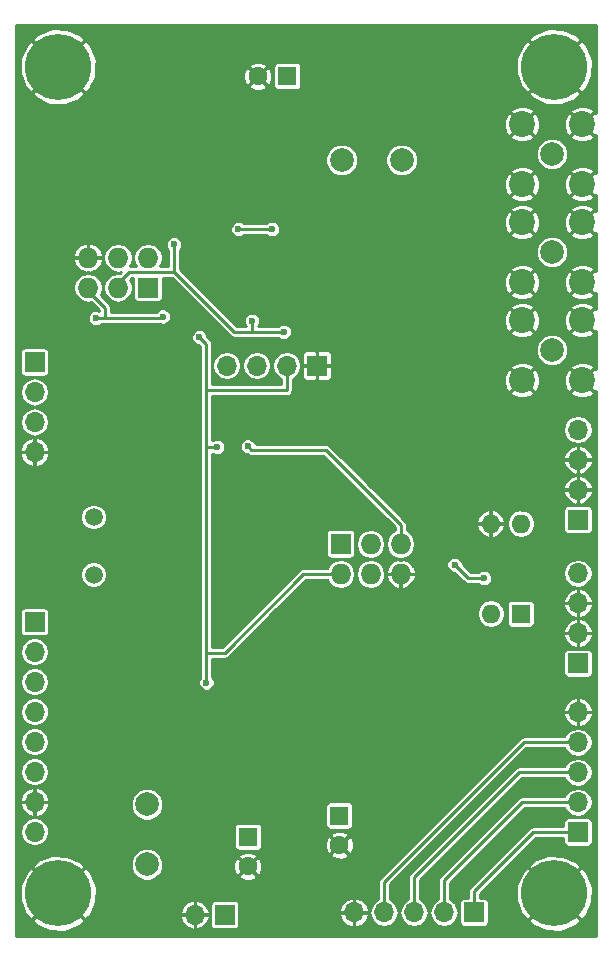
<source format=gbl>
G04 #@! TF.FileFunction,Copper,L2,Bot,Signal*
%FSLAX46Y46*%
G04 Gerber Fmt 4.6, Leading zero omitted, Abs format (unit mm)*
G04 Created by KiCad (PCBNEW 4.0.7) date 05/26/22 10:22:03*
%MOMM*%
%LPD*%
G01*
G04 APERTURE LIST*
%ADD10C,0.100000*%
%ADD11R,1.700000X1.700000*%
%ADD12O,1.700000X1.700000*%
%ADD13R,1.600000X1.600000*%
%ADD14O,1.600000X1.600000*%
%ADD15C,5.600000*%
%ADD16C,1.600000*%
%ADD17C,2.200000*%
%ADD18C,2.000000*%
%ADD19C,1.500000*%
%ADD20R,1.727200X1.727200*%
%ADD21O,1.727200X1.727200*%
%ADD22C,0.600000*%
%ADD23C,0.250000*%
%ADD24C,0.254000*%
G04 APERTURE END LIST*
D10*
D11*
X141200000Y-99600000D03*
D12*
X138660000Y-99600000D03*
X136120000Y-99600000D03*
X133580000Y-99600000D03*
X131040000Y-99600000D03*
D13*
X145150000Y-74300000D03*
D14*
X142610000Y-66680000D03*
X142610000Y-74300000D03*
X145150000Y-66680000D03*
D11*
X127900000Y-53300000D03*
D12*
X125360000Y-53300000D03*
X122820000Y-53300000D03*
X120280000Y-53300000D03*
D15*
X106000000Y-98000000D03*
X148000000Y-98000000D03*
X148000000Y-28000000D03*
X106000000Y-28000000D03*
D13*
X122050000Y-93200000D03*
D16*
X122050000Y-95700000D03*
D13*
X129800000Y-91400000D03*
D16*
X129800000Y-93900000D03*
D13*
X125400000Y-28800000D03*
D16*
X122900000Y-28800000D03*
D11*
X104000000Y-53000000D03*
D12*
X104000000Y-55540000D03*
X104000000Y-58080000D03*
X104000000Y-60620000D03*
D11*
X150000000Y-78500000D03*
D12*
X150000000Y-75960000D03*
X150000000Y-73420000D03*
X150000000Y-70880000D03*
D17*
X145260000Y-32860000D03*
X145260000Y-37940000D03*
X150340000Y-37940000D03*
X150340000Y-32860000D03*
D18*
X147800000Y-35400000D03*
D17*
X145260000Y-41160000D03*
X145260000Y-46240000D03*
X150340000Y-46240000D03*
X150340000Y-41160000D03*
D18*
X147800000Y-43700000D03*
D17*
X145260000Y-49460000D03*
X145260000Y-54540000D03*
X150340000Y-54540000D03*
X150340000Y-49460000D03*
D18*
X147800000Y-52000000D03*
D11*
X120100000Y-99800000D03*
D12*
X117560000Y-99800000D03*
D19*
X109000000Y-71000000D03*
X109000000Y-66120000D03*
D20*
X113600000Y-46700000D03*
D21*
X113600000Y-44160000D03*
X111060000Y-46700000D03*
X111060000Y-44160000D03*
X108520000Y-46700000D03*
X108520000Y-44160000D03*
D20*
X129900000Y-68400000D03*
D21*
X129900000Y-70940000D03*
X132440000Y-68400000D03*
X132440000Y-70940000D03*
X134980000Y-68400000D03*
X134980000Y-70940000D03*
D11*
X104000000Y-75000000D03*
D12*
X104000000Y-77540000D03*
X104000000Y-80080000D03*
X104000000Y-82620000D03*
X104000000Y-85160000D03*
X104000000Y-87700000D03*
X104000000Y-90240000D03*
X104000000Y-92780000D03*
D11*
X150000000Y-92800000D03*
D12*
X150000000Y-90260000D03*
X150000000Y-87720000D03*
X150000000Y-85180000D03*
X150000000Y-82640000D03*
D11*
X150000000Y-66350000D03*
D12*
X150000000Y-63810000D03*
X150000000Y-61270000D03*
X150000000Y-58730000D03*
D18*
X130000000Y-35900000D03*
X135080000Y-35890000D03*
X113500000Y-90450000D03*
X113510000Y-95530000D03*
D22*
X120850000Y-64050000D03*
X126200000Y-67700000D03*
X110350000Y-61000000D03*
X114500000Y-57900000D03*
X116500000Y-56400000D03*
X110350000Y-64550000D03*
X146600000Y-62550000D03*
X140750000Y-58100000D03*
X119350000Y-62150000D03*
X123100000Y-61400000D03*
X138200000Y-57300000D03*
X137100000Y-40600000D03*
X133100000Y-37300000D03*
X115800000Y-43050000D03*
X122400000Y-49500000D03*
X125100000Y-50450000D03*
X121250000Y-41750000D03*
X124100000Y-41750000D03*
X118550000Y-80150000D03*
X119450000Y-60200000D03*
X117950000Y-50900000D03*
X142050000Y-71300000D03*
X139550000Y-70150000D03*
X122050000Y-60150000D03*
X109200000Y-49300000D03*
X114850000Y-49150000D03*
D23*
X120850000Y-64050000D02*
X122550000Y-64050000D01*
X122550000Y-64050000D02*
X126200000Y-67700000D01*
X116500000Y-56400000D02*
X116500000Y-56350000D01*
X120850000Y-64050000D02*
X120850000Y-63650000D01*
X120850000Y-63650000D02*
X120850000Y-64050000D01*
X120850000Y-63650000D02*
X119350000Y-62150000D01*
X123100000Y-61400000D02*
X120850000Y-63650000D01*
X111060000Y-46700000D02*
X111060000Y-46340000D01*
X111060000Y-46340000D02*
X112000000Y-45400000D01*
X112000000Y-45400000D02*
X115750000Y-45400000D01*
X115750000Y-45400000D02*
X115800000Y-45350000D01*
X122400000Y-50450000D02*
X120900000Y-50450000D01*
X115800000Y-45350000D02*
X115800000Y-43050000D01*
X120900000Y-50450000D02*
X115800000Y-45350000D01*
X122400000Y-49500000D02*
X122400000Y-50450000D01*
X125100000Y-50450000D02*
X122400000Y-50450000D01*
X121250000Y-41750000D02*
X124100000Y-41750000D01*
X129900000Y-70940000D02*
X126760000Y-70940000D01*
X120100000Y-77600000D02*
X118550000Y-77600000D01*
X126760000Y-70940000D02*
X120100000Y-77600000D01*
X118550000Y-80150000D02*
X118550000Y-77600000D01*
X118550000Y-77600000D02*
X118550000Y-60200000D01*
X118550000Y-60200000D02*
X119450000Y-60200000D01*
X118550000Y-59000000D02*
X118550000Y-60200000D01*
X118550000Y-55400000D02*
X118550000Y-59000000D01*
X125360000Y-53300000D02*
X125360000Y-55400000D01*
X118550000Y-55400000D02*
X125360000Y-55400000D01*
X117950000Y-50900000D02*
X118550000Y-51500000D01*
X118550000Y-51500000D02*
X118550000Y-55400000D01*
X140700000Y-71300000D02*
X142050000Y-71300000D01*
X139550000Y-70150000D02*
X140700000Y-71300000D01*
X134980000Y-66780000D02*
X134980000Y-68400000D01*
X128650000Y-60450000D02*
X134980000Y-66780000D01*
X122350000Y-60450000D02*
X128650000Y-60450000D01*
X122050000Y-60150000D02*
X122350000Y-60450000D01*
X108520000Y-46700000D02*
X108520000Y-46970000D01*
X108520000Y-46970000D02*
X109950000Y-48400000D01*
X109950000Y-48400000D02*
X109950000Y-49300000D01*
X109200000Y-49300000D02*
X109950000Y-49300000D01*
X109950000Y-49300000D02*
X114700000Y-49300000D01*
X114700000Y-49300000D02*
X114850000Y-49150000D01*
X150000000Y-87720000D02*
X145030000Y-87720000D01*
X136120000Y-96630000D02*
X136120000Y-99600000D01*
X145030000Y-87720000D02*
X136120000Y-96630000D01*
X133580000Y-99600000D02*
X133580000Y-97020000D01*
X145420000Y-85180000D02*
X150000000Y-85180000D01*
X133580000Y-97020000D02*
X145420000Y-85180000D01*
X138660000Y-99600000D02*
X138660000Y-96890000D01*
X145290000Y-90260000D02*
X150000000Y-90260000D01*
X138660000Y-96890000D02*
X145290000Y-90260000D01*
X150000000Y-92800000D02*
X146200000Y-92800000D01*
X141200000Y-97800000D02*
X141200000Y-99600000D01*
X146200000Y-92800000D02*
X141200000Y-97800000D01*
D24*
G36*
X151569000Y-31942186D02*
X151381557Y-31850970D01*
X150372527Y-32860000D01*
X151381557Y-33869030D01*
X151569000Y-33777814D01*
X151569000Y-37022186D01*
X151381557Y-36930970D01*
X150372527Y-37940000D01*
X151381557Y-38949030D01*
X151569000Y-38857814D01*
X151569000Y-40242186D01*
X151381557Y-40150970D01*
X150372527Y-41160000D01*
X151381557Y-42169030D01*
X151569000Y-42077814D01*
X151569000Y-45322186D01*
X151381557Y-45230970D01*
X150372527Y-46240000D01*
X151381557Y-47249030D01*
X151569000Y-47157814D01*
X151569000Y-48542186D01*
X151381557Y-48450970D01*
X150372527Y-49460000D01*
X151381557Y-50469030D01*
X151569000Y-50377814D01*
X151569000Y-53622186D01*
X151381557Y-53530970D01*
X150372527Y-54540000D01*
X151381557Y-55549030D01*
X151569000Y-55457814D01*
X151569000Y-101569000D01*
X102431000Y-101569000D01*
X102431000Y-100267259D01*
X103765268Y-100267259D01*
X104084711Y-100675299D01*
X105254296Y-101204603D01*
X106537408Y-101246035D01*
X107738703Y-100793288D01*
X107915289Y-100675299D01*
X108234732Y-100267259D01*
X106000000Y-98032527D01*
X103765268Y-100267259D01*
X102431000Y-100267259D01*
X102431000Y-98537408D01*
X102753965Y-98537408D01*
X103206712Y-99738703D01*
X103324701Y-99915289D01*
X103732741Y-100234732D01*
X105967473Y-98000000D01*
X106032527Y-98000000D01*
X108267259Y-100234732D01*
X108538414Y-100022452D01*
X116302522Y-100022452D01*
X116483371Y-100486735D01*
X116828127Y-100846468D01*
X117284303Y-101046886D01*
X117337549Y-101057476D01*
X117537000Y-100970024D01*
X117537000Y-99823000D01*
X117583000Y-99823000D01*
X117583000Y-100970024D01*
X117782451Y-101057476D01*
X117835697Y-101046886D01*
X118291873Y-100846468D01*
X118636629Y-100486735D01*
X118817478Y-100022452D01*
X118730045Y-99823000D01*
X117583000Y-99823000D01*
X117537000Y-99823000D01*
X116389955Y-99823000D01*
X116302522Y-100022452D01*
X108538414Y-100022452D01*
X108675299Y-99915289D01*
X108828146Y-99577548D01*
X116302522Y-99577548D01*
X116389955Y-99777000D01*
X117537000Y-99777000D01*
X117537000Y-98629976D01*
X117583000Y-98629976D01*
X117583000Y-99777000D01*
X118730045Y-99777000D01*
X118817478Y-99577548D01*
X118636629Y-99113265D01*
X118480162Y-98950000D01*
X118861536Y-98950000D01*
X118861536Y-100650000D01*
X118888103Y-100791190D01*
X118971546Y-100920865D01*
X119098866Y-101007859D01*
X119250000Y-101038464D01*
X120950000Y-101038464D01*
X121091190Y-101011897D01*
X121220865Y-100928454D01*
X121307859Y-100801134D01*
X121338464Y-100650000D01*
X121338464Y-99822452D01*
X129782522Y-99822452D01*
X129963371Y-100286735D01*
X130308127Y-100646468D01*
X130764303Y-100846886D01*
X130817549Y-100857476D01*
X131017000Y-100770024D01*
X131017000Y-99623000D01*
X131063000Y-99623000D01*
X131063000Y-100770024D01*
X131262451Y-100857476D01*
X131315697Y-100846886D01*
X131771873Y-100646468D01*
X132116629Y-100286735D01*
X132297478Y-99822452D01*
X132210045Y-99623000D01*
X131063000Y-99623000D01*
X131017000Y-99623000D01*
X129869955Y-99623000D01*
X129782522Y-99822452D01*
X121338464Y-99822452D01*
X121338464Y-99377548D01*
X129782522Y-99377548D01*
X129869955Y-99577000D01*
X131017000Y-99577000D01*
X131017000Y-98429976D01*
X131063000Y-98429976D01*
X131063000Y-99577000D01*
X132210045Y-99577000D01*
X132210534Y-99575883D01*
X132349000Y-99575883D01*
X132349000Y-99624117D01*
X132442704Y-100095200D01*
X132709552Y-100494565D01*
X133108917Y-100761413D01*
X133580000Y-100855117D01*
X134051083Y-100761413D01*
X134450448Y-100494565D01*
X134717296Y-100095200D01*
X134811000Y-99624117D01*
X134811000Y-99575883D01*
X134889000Y-99575883D01*
X134889000Y-99624117D01*
X134982704Y-100095200D01*
X135249552Y-100494565D01*
X135648917Y-100761413D01*
X136120000Y-100855117D01*
X136591083Y-100761413D01*
X136990448Y-100494565D01*
X137257296Y-100095200D01*
X137351000Y-99624117D01*
X137351000Y-99575883D01*
X137429000Y-99575883D01*
X137429000Y-99624117D01*
X137522704Y-100095200D01*
X137789552Y-100494565D01*
X138188917Y-100761413D01*
X138660000Y-100855117D01*
X139131083Y-100761413D01*
X139530448Y-100494565D01*
X139797296Y-100095200D01*
X139891000Y-99624117D01*
X139891000Y-99575883D01*
X139797296Y-99104800D01*
X139560226Y-98750000D01*
X139961536Y-98750000D01*
X139961536Y-100450000D01*
X139988103Y-100591190D01*
X140071546Y-100720865D01*
X140198866Y-100807859D01*
X140350000Y-100838464D01*
X142050000Y-100838464D01*
X142191190Y-100811897D01*
X142320865Y-100728454D01*
X142407859Y-100601134D01*
X142438464Y-100450000D01*
X142438464Y-100267259D01*
X145765268Y-100267259D01*
X146084711Y-100675299D01*
X147254296Y-101204603D01*
X148537408Y-101246035D01*
X149738703Y-100793288D01*
X149915289Y-100675299D01*
X150234732Y-100267259D01*
X148000000Y-98032527D01*
X145765268Y-100267259D01*
X142438464Y-100267259D01*
X142438464Y-98750000D01*
X142411897Y-98608810D01*
X142365952Y-98537408D01*
X144753965Y-98537408D01*
X145206712Y-99738703D01*
X145324701Y-99915289D01*
X145732741Y-100234732D01*
X147967473Y-98000000D01*
X148032527Y-98000000D01*
X150267259Y-100234732D01*
X150675299Y-99915289D01*
X151204603Y-98745704D01*
X151246035Y-97462592D01*
X150793288Y-96261297D01*
X150675299Y-96084711D01*
X150267259Y-95765268D01*
X148032527Y-98000000D01*
X147967473Y-98000000D01*
X145732741Y-95765268D01*
X145324701Y-96084711D01*
X144795397Y-97254296D01*
X144753965Y-98537408D01*
X142365952Y-98537408D01*
X142328454Y-98479135D01*
X142201134Y-98392141D01*
X142050000Y-98361536D01*
X141706000Y-98361536D01*
X141706000Y-98009592D01*
X143982851Y-95732741D01*
X145765268Y-95732741D01*
X148000000Y-97967473D01*
X150234732Y-95732741D01*
X149915289Y-95324701D01*
X148745704Y-94795397D01*
X147462592Y-94753965D01*
X146261297Y-95206712D01*
X146084711Y-95324701D01*
X145765268Y-95732741D01*
X143982851Y-95732741D01*
X146409592Y-93306000D01*
X148761536Y-93306000D01*
X148761536Y-93650000D01*
X148788103Y-93791190D01*
X148871546Y-93920865D01*
X148998866Y-94007859D01*
X149150000Y-94038464D01*
X150850000Y-94038464D01*
X150991190Y-94011897D01*
X151120865Y-93928454D01*
X151207859Y-93801134D01*
X151238464Y-93650000D01*
X151238464Y-91950000D01*
X151211897Y-91808810D01*
X151128454Y-91679135D01*
X151001134Y-91592141D01*
X150850000Y-91561536D01*
X149150000Y-91561536D01*
X149008810Y-91588103D01*
X148879135Y-91671546D01*
X148792141Y-91798866D01*
X148761536Y-91950000D01*
X148761536Y-92294000D01*
X146200000Y-92294000D01*
X146006362Y-92332517D01*
X145842204Y-92442204D01*
X140842204Y-97442204D01*
X140732517Y-97606362D01*
X140694000Y-97800000D01*
X140694000Y-98361536D01*
X140350000Y-98361536D01*
X140208810Y-98388103D01*
X140079135Y-98471546D01*
X139992141Y-98598866D01*
X139961536Y-98750000D01*
X139560226Y-98750000D01*
X139530448Y-98705435D01*
X139166000Y-98461918D01*
X139166000Y-97099592D01*
X145499592Y-90766000D01*
X148861918Y-90766000D01*
X149105435Y-91130448D01*
X149504800Y-91397296D01*
X149975883Y-91491000D01*
X150024117Y-91491000D01*
X150495200Y-91397296D01*
X150894565Y-91130448D01*
X151161413Y-90731083D01*
X151255117Y-90260000D01*
X151161413Y-89788917D01*
X150894565Y-89389552D01*
X150495200Y-89122704D01*
X150024117Y-89029000D01*
X149975883Y-89029000D01*
X149504800Y-89122704D01*
X149105435Y-89389552D01*
X148861918Y-89754000D01*
X145290000Y-89754000D01*
X145096362Y-89792517D01*
X144932204Y-89902204D01*
X138302204Y-96532204D01*
X138192517Y-96696362D01*
X138154000Y-96890000D01*
X138154000Y-98461918D01*
X137789552Y-98705435D01*
X137522704Y-99104800D01*
X137429000Y-99575883D01*
X137351000Y-99575883D01*
X137257296Y-99104800D01*
X136990448Y-98705435D01*
X136626000Y-98461918D01*
X136626000Y-96839592D01*
X145239592Y-88226000D01*
X148861918Y-88226000D01*
X149105435Y-88590448D01*
X149504800Y-88857296D01*
X149975883Y-88951000D01*
X150024117Y-88951000D01*
X150495200Y-88857296D01*
X150894565Y-88590448D01*
X151161413Y-88191083D01*
X151255117Y-87720000D01*
X151161413Y-87248917D01*
X150894565Y-86849552D01*
X150495200Y-86582704D01*
X150024117Y-86489000D01*
X149975883Y-86489000D01*
X149504800Y-86582704D01*
X149105435Y-86849552D01*
X148861918Y-87214000D01*
X145030000Y-87214000D01*
X144836362Y-87252517D01*
X144672204Y-87362204D01*
X135762204Y-96272204D01*
X135652517Y-96436362D01*
X135614000Y-96630000D01*
X135614000Y-98461918D01*
X135249552Y-98705435D01*
X134982704Y-99104800D01*
X134889000Y-99575883D01*
X134811000Y-99575883D01*
X134717296Y-99104800D01*
X134450448Y-98705435D01*
X134086000Y-98461918D01*
X134086000Y-97229592D01*
X145629592Y-85686000D01*
X148861918Y-85686000D01*
X149105435Y-86050448D01*
X149504800Y-86317296D01*
X149975883Y-86411000D01*
X150024117Y-86411000D01*
X150495200Y-86317296D01*
X150894565Y-86050448D01*
X151161413Y-85651083D01*
X151255117Y-85180000D01*
X151161413Y-84708917D01*
X150894565Y-84309552D01*
X150495200Y-84042704D01*
X150024117Y-83949000D01*
X149975883Y-83949000D01*
X149504800Y-84042704D01*
X149105435Y-84309552D01*
X148861918Y-84674000D01*
X145420000Y-84674000D01*
X145226362Y-84712517D01*
X145062204Y-84822204D01*
X133222204Y-96662204D01*
X133112517Y-96826362D01*
X133074000Y-97020000D01*
X133074000Y-98461918D01*
X132709552Y-98705435D01*
X132442704Y-99104800D01*
X132349000Y-99575883D01*
X132210534Y-99575883D01*
X132297478Y-99377548D01*
X132116629Y-98913265D01*
X131771873Y-98553532D01*
X131315697Y-98353114D01*
X131262451Y-98342524D01*
X131063000Y-98429976D01*
X131017000Y-98429976D01*
X130817549Y-98342524D01*
X130764303Y-98353114D01*
X130308127Y-98553532D01*
X129963371Y-98913265D01*
X129782522Y-99377548D01*
X121338464Y-99377548D01*
X121338464Y-98950000D01*
X121311897Y-98808810D01*
X121228454Y-98679135D01*
X121101134Y-98592141D01*
X120950000Y-98561536D01*
X119250000Y-98561536D01*
X119108810Y-98588103D01*
X118979135Y-98671546D01*
X118892141Y-98798866D01*
X118861536Y-98950000D01*
X118480162Y-98950000D01*
X118291873Y-98753532D01*
X117835697Y-98553114D01*
X117782451Y-98542524D01*
X117583000Y-98629976D01*
X117537000Y-98629976D01*
X117337549Y-98542524D01*
X117284303Y-98553114D01*
X116828127Y-98753532D01*
X116483371Y-99113265D01*
X116302522Y-99577548D01*
X108828146Y-99577548D01*
X109204603Y-98745704D01*
X109246035Y-97462592D01*
X108793288Y-96261297D01*
X108675299Y-96084711D01*
X108316086Y-95803493D01*
X112128761Y-95803493D01*
X112338563Y-96311251D01*
X112726705Y-96700072D01*
X113234097Y-96910759D01*
X113783493Y-96911239D01*
X114291251Y-96701437D01*
X114467762Y-96525234D01*
X121257293Y-96525234D01*
X121333390Y-96725459D01*
X121780365Y-96921636D01*
X122268389Y-96931829D01*
X122723166Y-96754487D01*
X122766610Y-96725459D01*
X122842707Y-96525234D01*
X122050000Y-95732527D01*
X121257293Y-96525234D01*
X114467762Y-96525234D01*
X114680072Y-96313295D01*
X114844050Y-95918389D01*
X120818171Y-95918389D01*
X120995513Y-96373166D01*
X121024541Y-96416610D01*
X121224766Y-96492707D01*
X122017473Y-95700000D01*
X122082527Y-95700000D01*
X122875234Y-96492707D01*
X123075459Y-96416610D01*
X123271636Y-95969635D01*
X123281829Y-95481611D01*
X123104487Y-95026834D01*
X123075459Y-94983390D01*
X122875234Y-94907293D01*
X122082527Y-95700000D01*
X122017473Y-95700000D01*
X121224766Y-94907293D01*
X121024541Y-94983390D01*
X120828364Y-95430365D01*
X120818171Y-95918389D01*
X114844050Y-95918389D01*
X114890759Y-95805903D01*
X114891239Y-95256507D01*
X114733507Y-94874766D01*
X121257293Y-94874766D01*
X122050000Y-95667473D01*
X122842707Y-94874766D01*
X122785877Y-94725234D01*
X129007293Y-94725234D01*
X129083390Y-94925459D01*
X129530365Y-95121636D01*
X130018389Y-95131829D01*
X130473166Y-94954487D01*
X130516610Y-94925459D01*
X130592707Y-94725234D01*
X129800000Y-93932527D01*
X129007293Y-94725234D01*
X122785877Y-94725234D01*
X122766610Y-94674541D01*
X122319635Y-94478364D01*
X121831611Y-94468171D01*
X121376834Y-94645513D01*
X121333390Y-94674541D01*
X121257293Y-94874766D01*
X114733507Y-94874766D01*
X114681437Y-94748749D01*
X114293295Y-94359928D01*
X113785903Y-94149241D01*
X113236507Y-94148761D01*
X112728749Y-94358563D01*
X112339928Y-94746705D01*
X112129241Y-95254097D01*
X112128761Y-95803493D01*
X108316086Y-95803493D01*
X108267259Y-95765268D01*
X106032527Y-98000000D01*
X105967473Y-98000000D01*
X103732741Y-95765268D01*
X103324701Y-96084711D01*
X102795397Y-97254296D01*
X102753965Y-98537408D01*
X102431000Y-98537408D01*
X102431000Y-95732741D01*
X103765268Y-95732741D01*
X106000000Y-97967473D01*
X108234732Y-95732741D01*
X107915289Y-95324701D01*
X106745704Y-94795397D01*
X105462592Y-94753965D01*
X104261297Y-95206712D01*
X104084711Y-95324701D01*
X103765268Y-95732741D01*
X102431000Y-95732741D01*
X102431000Y-92780000D01*
X102744883Y-92780000D01*
X102838587Y-93251083D01*
X103105435Y-93650448D01*
X103504800Y-93917296D01*
X103975883Y-94011000D01*
X104024117Y-94011000D01*
X104495200Y-93917296D01*
X104894565Y-93650448D01*
X105161413Y-93251083D01*
X105255117Y-92780000D01*
X105179531Y-92400000D01*
X120861536Y-92400000D01*
X120861536Y-94000000D01*
X120888103Y-94141190D01*
X120971546Y-94270865D01*
X121098866Y-94357859D01*
X121250000Y-94388464D01*
X122850000Y-94388464D01*
X122991190Y-94361897D01*
X123120865Y-94278454D01*
X123207859Y-94151134D01*
X123214489Y-94118389D01*
X128568171Y-94118389D01*
X128745513Y-94573166D01*
X128774541Y-94616610D01*
X128974766Y-94692707D01*
X129767473Y-93900000D01*
X129832527Y-93900000D01*
X130625234Y-94692707D01*
X130825459Y-94616610D01*
X131021636Y-94169635D01*
X131031829Y-93681611D01*
X130854487Y-93226834D01*
X130825459Y-93183390D01*
X130625234Y-93107293D01*
X129832527Y-93900000D01*
X129767473Y-93900000D01*
X128974766Y-93107293D01*
X128774541Y-93183390D01*
X128578364Y-93630365D01*
X128568171Y-94118389D01*
X123214489Y-94118389D01*
X123238464Y-94000000D01*
X123238464Y-93074766D01*
X129007293Y-93074766D01*
X129800000Y-93867473D01*
X130592707Y-93074766D01*
X130516610Y-92874541D01*
X130069635Y-92678364D01*
X129581611Y-92668171D01*
X129126834Y-92845513D01*
X129083390Y-92874541D01*
X129007293Y-93074766D01*
X123238464Y-93074766D01*
X123238464Y-92400000D01*
X123211897Y-92258810D01*
X123128454Y-92129135D01*
X123001134Y-92042141D01*
X122850000Y-92011536D01*
X121250000Y-92011536D01*
X121108810Y-92038103D01*
X120979135Y-92121546D01*
X120892141Y-92248866D01*
X120861536Y-92400000D01*
X105179531Y-92400000D01*
X105161413Y-92308917D01*
X104894565Y-91909552D01*
X104495200Y-91642704D01*
X104024117Y-91549000D01*
X103975883Y-91549000D01*
X103504800Y-91642704D01*
X103105435Y-91909552D01*
X102838587Y-92308917D01*
X102744883Y-92780000D01*
X102431000Y-92780000D01*
X102431000Y-90462451D01*
X102742524Y-90462451D01*
X102753114Y-90515697D01*
X102953532Y-90971873D01*
X103313265Y-91316629D01*
X103777548Y-91497478D01*
X103977000Y-91410045D01*
X103977000Y-90263000D01*
X104023000Y-90263000D01*
X104023000Y-91410045D01*
X104222452Y-91497478D01*
X104686735Y-91316629D01*
X105046468Y-90971873D01*
X105155592Y-90723493D01*
X112118761Y-90723493D01*
X112328563Y-91231251D01*
X112716705Y-91620072D01*
X113224097Y-91830759D01*
X113773493Y-91831239D01*
X114281251Y-91621437D01*
X114670072Y-91233295D01*
X114880759Y-90725903D01*
X114880868Y-90600000D01*
X128611536Y-90600000D01*
X128611536Y-92200000D01*
X128638103Y-92341190D01*
X128721546Y-92470865D01*
X128848866Y-92557859D01*
X129000000Y-92588464D01*
X130600000Y-92588464D01*
X130741190Y-92561897D01*
X130870865Y-92478454D01*
X130957859Y-92351134D01*
X130988464Y-92200000D01*
X130988464Y-90600000D01*
X130961897Y-90458810D01*
X130878454Y-90329135D01*
X130751134Y-90242141D01*
X130600000Y-90211536D01*
X129000000Y-90211536D01*
X128858810Y-90238103D01*
X128729135Y-90321546D01*
X128642141Y-90448866D01*
X128611536Y-90600000D01*
X114880868Y-90600000D01*
X114881239Y-90176507D01*
X114671437Y-89668749D01*
X114283295Y-89279928D01*
X113775903Y-89069241D01*
X113226507Y-89068761D01*
X112718749Y-89278563D01*
X112329928Y-89666705D01*
X112119241Y-90174097D01*
X112118761Y-90723493D01*
X105155592Y-90723493D01*
X105246886Y-90515697D01*
X105257476Y-90462451D01*
X105170024Y-90263000D01*
X104023000Y-90263000D01*
X103977000Y-90263000D01*
X102829976Y-90263000D01*
X102742524Y-90462451D01*
X102431000Y-90462451D01*
X102431000Y-90017549D01*
X102742524Y-90017549D01*
X102829976Y-90217000D01*
X103977000Y-90217000D01*
X103977000Y-89069955D01*
X104023000Y-89069955D01*
X104023000Y-90217000D01*
X105170024Y-90217000D01*
X105257476Y-90017549D01*
X105246886Y-89964303D01*
X105046468Y-89508127D01*
X104686735Y-89163371D01*
X104222452Y-88982522D01*
X104023000Y-89069955D01*
X103977000Y-89069955D01*
X103777548Y-88982522D01*
X103313265Y-89163371D01*
X102953532Y-89508127D01*
X102753114Y-89964303D01*
X102742524Y-90017549D01*
X102431000Y-90017549D01*
X102431000Y-87700000D01*
X102744883Y-87700000D01*
X102838587Y-88171083D01*
X103105435Y-88570448D01*
X103504800Y-88837296D01*
X103975883Y-88931000D01*
X104024117Y-88931000D01*
X104495200Y-88837296D01*
X104894565Y-88570448D01*
X105161413Y-88171083D01*
X105255117Y-87700000D01*
X105161413Y-87228917D01*
X104894565Y-86829552D01*
X104495200Y-86562704D01*
X104024117Y-86469000D01*
X103975883Y-86469000D01*
X103504800Y-86562704D01*
X103105435Y-86829552D01*
X102838587Y-87228917D01*
X102744883Y-87700000D01*
X102431000Y-87700000D01*
X102431000Y-85160000D01*
X102744883Y-85160000D01*
X102838587Y-85631083D01*
X103105435Y-86030448D01*
X103504800Y-86297296D01*
X103975883Y-86391000D01*
X104024117Y-86391000D01*
X104495200Y-86297296D01*
X104894565Y-86030448D01*
X105161413Y-85631083D01*
X105255117Y-85160000D01*
X105161413Y-84688917D01*
X104894565Y-84289552D01*
X104495200Y-84022704D01*
X104024117Y-83929000D01*
X103975883Y-83929000D01*
X103504800Y-84022704D01*
X103105435Y-84289552D01*
X102838587Y-84688917D01*
X102744883Y-85160000D01*
X102431000Y-85160000D01*
X102431000Y-82620000D01*
X102744883Y-82620000D01*
X102838587Y-83091083D01*
X103105435Y-83490448D01*
X103504800Y-83757296D01*
X103975883Y-83851000D01*
X104024117Y-83851000D01*
X104495200Y-83757296D01*
X104894565Y-83490448D01*
X105161413Y-83091083D01*
X105206890Y-82862451D01*
X148742524Y-82862451D01*
X148753114Y-82915697D01*
X148953532Y-83371873D01*
X149313265Y-83716629D01*
X149777548Y-83897478D01*
X149977000Y-83810045D01*
X149977000Y-82663000D01*
X150023000Y-82663000D01*
X150023000Y-83810045D01*
X150222452Y-83897478D01*
X150686735Y-83716629D01*
X151046468Y-83371873D01*
X151246886Y-82915697D01*
X151257476Y-82862451D01*
X151170024Y-82663000D01*
X150023000Y-82663000D01*
X149977000Y-82663000D01*
X148829976Y-82663000D01*
X148742524Y-82862451D01*
X105206890Y-82862451D01*
X105255117Y-82620000D01*
X105214848Y-82417549D01*
X148742524Y-82417549D01*
X148829976Y-82617000D01*
X149977000Y-82617000D01*
X149977000Y-81469955D01*
X150023000Y-81469955D01*
X150023000Y-82617000D01*
X151170024Y-82617000D01*
X151257476Y-82417549D01*
X151246886Y-82364303D01*
X151046468Y-81908127D01*
X150686735Y-81563371D01*
X150222452Y-81382522D01*
X150023000Y-81469955D01*
X149977000Y-81469955D01*
X149777548Y-81382522D01*
X149313265Y-81563371D01*
X148953532Y-81908127D01*
X148753114Y-82364303D01*
X148742524Y-82417549D01*
X105214848Y-82417549D01*
X105161413Y-82148917D01*
X104894565Y-81749552D01*
X104495200Y-81482704D01*
X104024117Y-81389000D01*
X103975883Y-81389000D01*
X103504800Y-81482704D01*
X103105435Y-81749552D01*
X102838587Y-82148917D01*
X102744883Y-82620000D01*
X102431000Y-82620000D01*
X102431000Y-80080000D01*
X102744883Y-80080000D01*
X102838587Y-80551083D01*
X103105435Y-80950448D01*
X103504800Y-81217296D01*
X103975883Y-81311000D01*
X104024117Y-81311000D01*
X104495200Y-81217296D01*
X104894565Y-80950448D01*
X105161413Y-80551083D01*
X105255117Y-80080000D01*
X105161413Y-79608917D01*
X104894565Y-79209552D01*
X104495200Y-78942704D01*
X104024117Y-78849000D01*
X103975883Y-78849000D01*
X103504800Y-78942704D01*
X103105435Y-79209552D01*
X102838587Y-79608917D01*
X102744883Y-80080000D01*
X102431000Y-80080000D01*
X102431000Y-77540000D01*
X102744883Y-77540000D01*
X102838587Y-78011083D01*
X103105435Y-78410448D01*
X103504800Y-78677296D01*
X103975883Y-78771000D01*
X104024117Y-78771000D01*
X104495200Y-78677296D01*
X104894565Y-78410448D01*
X105161413Y-78011083D01*
X105255117Y-77540000D01*
X105161413Y-77068917D01*
X104894565Y-76669552D01*
X104495200Y-76402704D01*
X104024117Y-76309000D01*
X103975883Y-76309000D01*
X103504800Y-76402704D01*
X103105435Y-76669552D01*
X102838587Y-77068917D01*
X102744883Y-77540000D01*
X102431000Y-77540000D01*
X102431000Y-74150000D01*
X102761536Y-74150000D01*
X102761536Y-75850000D01*
X102788103Y-75991190D01*
X102871546Y-76120865D01*
X102998866Y-76207859D01*
X103150000Y-76238464D01*
X104850000Y-76238464D01*
X104991190Y-76211897D01*
X105120865Y-76128454D01*
X105207859Y-76001134D01*
X105238464Y-75850000D01*
X105238464Y-74150000D01*
X105211897Y-74008810D01*
X105128454Y-73879135D01*
X105001134Y-73792141D01*
X104850000Y-73761536D01*
X103150000Y-73761536D01*
X103008810Y-73788103D01*
X102879135Y-73871546D01*
X102792141Y-73998866D01*
X102761536Y-74150000D01*
X102431000Y-74150000D01*
X102431000Y-71223983D01*
X107868804Y-71223983D01*
X108040625Y-71639823D01*
X108358503Y-71958256D01*
X108774043Y-72130804D01*
X109223983Y-72131196D01*
X109639823Y-71959375D01*
X109958256Y-71641497D01*
X110130804Y-71225957D01*
X110131196Y-70776017D01*
X109959375Y-70360177D01*
X109641497Y-70041744D01*
X109225957Y-69869196D01*
X108776017Y-69868804D01*
X108360177Y-70040625D01*
X108041744Y-70358503D01*
X107869196Y-70774043D01*
X107868804Y-71223983D01*
X102431000Y-71223983D01*
X102431000Y-66343983D01*
X107868804Y-66343983D01*
X108040625Y-66759823D01*
X108358503Y-67078256D01*
X108774043Y-67250804D01*
X109223983Y-67251196D01*
X109639823Y-67079375D01*
X109958256Y-66761497D01*
X110130804Y-66345957D01*
X110131196Y-65896017D01*
X109959375Y-65480177D01*
X109641497Y-65161744D01*
X109225957Y-64989196D01*
X108776017Y-64988804D01*
X108360177Y-65160625D01*
X108041744Y-65478503D01*
X107869196Y-65894043D01*
X107868804Y-66343983D01*
X102431000Y-66343983D01*
X102431000Y-60842451D01*
X102742524Y-60842451D01*
X102753114Y-60895697D01*
X102953532Y-61351873D01*
X103313265Y-61696629D01*
X103777548Y-61877478D01*
X103977000Y-61790045D01*
X103977000Y-60643000D01*
X104023000Y-60643000D01*
X104023000Y-61790045D01*
X104222452Y-61877478D01*
X104686735Y-61696629D01*
X105046468Y-61351873D01*
X105246886Y-60895697D01*
X105257476Y-60842451D01*
X105170024Y-60643000D01*
X104023000Y-60643000D01*
X103977000Y-60643000D01*
X102829976Y-60643000D01*
X102742524Y-60842451D01*
X102431000Y-60842451D01*
X102431000Y-60397549D01*
X102742524Y-60397549D01*
X102829976Y-60597000D01*
X103977000Y-60597000D01*
X103977000Y-59449955D01*
X104023000Y-59449955D01*
X104023000Y-60597000D01*
X105170024Y-60597000D01*
X105257476Y-60397549D01*
X105246886Y-60344303D01*
X105046468Y-59888127D01*
X104686735Y-59543371D01*
X104222452Y-59362522D01*
X104023000Y-59449955D01*
X103977000Y-59449955D01*
X103777548Y-59362522D01*
X103313265Y-59543371D01*
X102953532Y-59888127D01*
X102753114Y-60344303D01*
X102742524Y-60397549D01*
X102431000Y-60397549D01*
X102431000Y-58080000D01*
X102744883Y-58080000D01*
X102838587Y-58551083D01*
X103105435Y-58950448D01*
X103504800Y-59217296D01*
X103975883Y-59311000D01*
X104024117Y-59311000D01*
X104495200Y-59217296D01*
X104894565Y-58950448D01*
X105161413Y-58551083D01*
X105255117Y-58080000D01*
X105161413Y-57608917D01*
X104894565Y-57209552D01*
X104495200Y-56942704D01*
X104024117Y-56849000D01*
X103975883Y-56849000D01*
X103504800Y-56942704D01*
X103105435Y-57209552D01*
X102838587Y-57608917D01*
X102744883Y-58080000D01*
X102431000Y-58080000D01*
X102431000Y-55540000D01*
X102744883Y-55540000D01*
X102838587Y-56011083D01*
X103105435Y-56410448D01*
X103504800Y-56677296D01*
X103975883Y-56771000D01*
X104024117Y-56771000D01*
X104495200Y-56677296D01*
X104894565Y-56410448D01*
X105161413Y-56011083D01*
X105255117Y-55540000D01*
X105161413Y-55068917D01*
X104894565Y-54669552D01*
X104495200Y-54402704D01*
X104024117Y-54309000D01*
X103975883Y-54309000D01*
X103504800Y-54402704D01*
X103105435Y-54669552D01*
X102838587Y-55068917D01*
X102744883Y-55540000D01*
X102431000Y-55540000D01*
X102431000Y-52150000D01*
X102761536Y-52150000D01*
X102761536Y-53850000D01*
X102788103Y-53991190D01*
X102871546Y-54120865D01*
X102998866Y-54207859D01*
X103150000Y-54238464D01*
X104850000Y-54238464D01*
X104991190Y-54211897D01*
X105120865Y-54128454D01*
X105207859Y-54001134D01*
X105238464Y-53850000D01*
X105238464Y-52150000D01*
X105211897Y-52008810D01*
X105128454Y-51879135D01*
X105001134Y-51792141D01*
X104850000Y-51761536D01*
X103150000Y-51761536D01*
X103008810Y-51788103D01*
X102879135Y-51871546D01*
X102792141Y-51998866D01*
X102761536Y-52150000D01*
X102431000Y-52150000D01*
X102431000Y-51034865D01*
X117268882Y-51034865D01*
X117372339Y-51285252D01*
X117563741Y-51476987D01*
X117813946Y-51580882D01*
X117915378Y-51580970D01*
X118044000Y-51709592D01*
X118044000Y-79692877D01*
X117973013Y-79763741D01*
X117869118Y-80013946D01*
X117868882Y-80284865D01*
X117972339Y-80535252D01*
X118163741Y-80726987D01*
X118413946Y-80830882D01*
X118684865Y-80831118D01*
X118935252Y-80727661D01*
X119126987Y-80536259D01*
X119230882Y-80286054D01*
X119231118Y-80015135D01*
X119127661Y-79764748D01*
X119056000Y-79692962D01*
X119056000Y-78106000D01*
X120100000Y-78106000D01*
X120293638Y-78067483D01*
X120457796Y-77957796D01*
X120765592Y-77650000D01*
X148761536Y-77650000D01*
X148761536Y-79350000D01*
X148788103Y-79491190D01*
X148871546Y-79620865D01*
X148998866Y-79707859D01*
X149150000Y-79738464D01*
X150850000Y-79738464D01*
X150991190Y-79711897D01*
X151120865Y-79628454D01*
X151207859Y-79501134D01*
X151238464Y-79350000D01*
X151238464Y-77650000D01*
X151211897Y-77508810D01*
X151128454Y-77379135D01*
X151001134Y-77292141D01*
X150850000Y-77261536D01*
X149150000Y-77261536D01*
X149008810Y-77288103D01*
X148879135Y-77371546D01*
X148792141Y-77498866D01*
X148761536Y-77650000D01*
X120765592Y-77650000D01*
X122233141Y-76182451D01*
X148742524Y-76182451D01*
X148753114Y-76235697D01*
X148953532Y-76691873D01*
X149313265Y-77036629D01*
X149777548Y-77217478D01*
X149977000Y-77130045D01*
X149977000Y-75983000D01*
X150023000Y-75983000D01*
X150023000Y-77130045D01*
X150222452Y-77217478D01*
X150686735Y-77036629D01*
X151046468Y-76691873D01*
X151246886Y-76235697D01*
X151257476Y-76182451D01*
X151170024Y-75983000D01*
X150023000Y-75983000D01*
X149977000Y-75983000D01*
X148829976Y-75983000D01*
X148742524Y-76182451D01*
X122233141Y-76182451D01*
X122678043Y-75737549D01*
X148742524Y-75737549D01*
X148829976Y-75937000D01*
X149977000Y-75937000D01*
X149977000Y-74789955D01*
X150023000Y-74789955D01*
X150023000Y-75937000D01*
X151170024Y-75937000D01*
X151257476Y-75737549D01*
X151246886Y-75684303D01*
X151046468Y-75228127D01*
X150686735Y-74883371D01*
X150222452Y-74702522D01*
X150023000Y-74789955D01*
X149977000Y-74789955D01*
X149777548Y-74702522D01*
X149313265Y-74883371D01*
X148953532Y-75228127D01*
X148753114Y-75684303D01*
X148742524Y-75737549D01*
X122678043Y-75737549D01*
X124138729Y-74276863D01*
X141429000Y-74276863D01*
X141429000Y-74323137D01*
X141518898Y-74775086D01*
X141774907Y-75158230D01*
X142158051Y-75414239D01*
X142610000Y-75504137D01*
X143061949Y-75414239D01*
X143445093Y-75158230D01*
X143701102Y-74775086D01*
X143791000Y-74323137D01*
X143791000Y-74276863D01*
X143701102Y-73824914D01*
X143484002Y-73500000D01*
X143961536Y-73500000D01*
X143961536Y-75100000D01*
X143988103Y-75241190D01*
X144071546Y-75370865D01*
X144198866Y-75457859D01*
X144350000Y-75488464D01*
X145950000Y-75488464D01*
X146091190Y-75461897D01*
X146220865Y-75378454D01*
X146307859Y-75251134D01*
X146338464Y-75100000D01*
X146338464Y-73642451D01*
X148742524Y-73642451D01*
X148753114Y-73695697D01*
X148953532Y-74151873D01*
X149313265Y-74496629D01*
X149777548Y-74677478D01*
X149977000Y-74590045D01*
X149977000Y-73443000D01*
X150023000Y-73443000D01*
X150023000Y-74590045D01*
X150222452Y-74677478D01*
X150686735Y-74496629D01*
X151046468Y-74151873D01*
X151246886Y-73695697D01*
X151257476Y-73642451D01*
X151170024Y-73443000D01*
X150023000Y-73443000D01*
X149977000Y-73443000D01*
X148829976Y-73443000D01*
X148742524Y-73642451D01*
X146338464Y-73642451D01*
X146338464Y-73500000D01*
X146311897Y-73358810D01*
X146228454Y-73229135D01*
X146182227Y-73197549D01*
X148742524Y-73197549D01*
X148829976Y-73397000D01*
X149977000Y-73397000D01*
X149977000Y-72249955D01*
X150023000Y-72249955D01*
X150023000Y-73397000D01*
X151170024Y-73397000D01*
X151257476Y-73197549D01*
X151246886Y-73144303D01*
X151046468Y-72688127D01*
X150686735Y-72343371D01*
X150222452Y-72162522D01*
X150023000Y-72249955D01*
X149977000Y-72249955D01*
X149777548Y-72162522D01*
X149313265Y-72343371D01*
X148953532Y-72688127D01*
X148753114Y-73144303D01*
X148742524Y-73197549D01*
X146182227Y-73197549D01*
X146101134Y-73142141D01*
X145950000Y-73111536D01*
X144350000Y-73111536D01*
X144208810Y-73138103D01*
X144079135Y-73221546D01*
X143992141Y-73348866D01*
X143961536Y-73500000D01*
X143484002Y-73500000D01*
X143445093Y-73441770D01*
X143061949Y-73185761D01*
X142610000Y-73095863D01*
X142158051Y-73185761D01*
X141774907Y-73441770D01*
X141518898Y-73824914D01*
X141429000Y-74276863D01*
X124138729Y-74276863D01*
X126969592Y-71446000D01*
X128753701Y-71446000D01*
X129019935Y-71844448D01*
X129423712Y-72114243D01*
X129900000Y-72208983D01*
X130376288Y-72114243D01*
X130780065Y-71844448D01*
X131049860Y-71440671D01*
X131144600Y-70964383D01*
X131144600Y-70915617D01*
X131195400Y-70915617D01*
X131195400Y-70964383D01*
X131290140Y-71440671D01*
X131559935Y-71844448D01*
X131963712Y-72114243D01*
X132440000Y-72208983D01*
X132916288Y-72114243D01*
X133320065Y-71844448D01*
X133589860Y-71440671D01*
X133644778Y-71164579D01*
X133709088Y-71164579D01*
X133891773Y-71633841D01*
X134240131Y-71997472D01*
X134701127Y-72200112D01*
X134755421Y-72210910D01*
X134957000Y-72123627D01*
X134957000Y-70963000D01*
X135003000Y-70963000D01*
X135003000Y-72123627D01*
X135204579Y-72210910D01*
X135258873Y-72200112D01*
X135719869Y-71997472D01*
X136068227Y-71633841D01*
X136250912Y-71164579D01*
X136163647Y-70963000D01*
X135003000Y-70963000D01*
X134957000Y-70963000D01*
X133796353Y-70963000D01*
X133709088Y-71164579D01*
X133644778Y-71164579D01*
X133684600Y-70964383D01*
X133684600Y-70915617D01*
X133589860Y-70439329D01*
X133320065Y-70035552D01*
X132916288Y-69765757D01*
X132440000Y-69671017D01*
X131963712Y-69765757D01*
X131559935Y-70035552D01*
X131290140Y-70439329D01*
X131195400Y-70915617D01*
X131144600Y-70915617D01*
X131049860Y-70439329D01*
X130780065Y-70035552D01*
X130376288Y-69765757D01*
X129900000Y-69671017D01*
X129423712Y-69765757D01*
X129019935Y-70035552D01*
X128753701Y-70434000D01*
X126760000Y-70434000D01*
X126566362Y-70472517D01*
X126402204Y-70582204D01*
X119890408Y-77094000D01*
X119056000Y-77094000D01*
X119056000Y-67536400D01*
X128647936Y-67536400D01*
X128647936Y-69263600D01*
X128674503Y-69404790D01*
X128757946Y-69534465D01*
X128885266Y-69621459D01*
X129036400Y-69652064D01*
X130763600Y-69652064D01*
X130904790Y-69625497D01*
X131034465Y-69542054D01*
X131121459Y-69414734D01*
X131152064Y-69263600D01*
X131152064Y-68375617D01*
X131195400Y-68375617D01*
X131195400Y-68424383D01*
X131290140Y-68900671D01*
X131559935Y-69304448D01*
X131963712Y-69574243D01*
X132440000Y-69668983D01*
X132916288Y-69574243D01*
X133320065Y-69304448D01*
X133589860Y-68900671D01*
X133684600Y-68424383D01*
X133684600Y-68375617D01*
X133589860Y-67899329D01*
X133320065Y-67495552D01*
X132916288Y-67225757D01*
X132440000Y-67131017D01*
X131963712Y-67225757D01*
X131559935Y-67495552D01*
X131290140Y-67899329D01*
X131195400Y-68375617D01*
X131152064Y-68375617D01*
X131152064Y-67536400D01*
X131125497Y-67395210D01*
X131042054Y-67265535D01*
X130914734Y-67178541D01*
X130763600Y-67147936D01*
X129036400Y-67147936D01*
X128895210Y-67174503D01*
X128765535Y-67257946D01*
X128678541Y-67385266D01*
X128647936Y-67536400D01*
X119056000Y-67536400D01*
X119056000Y-60769233D01*
X119063741Y-60776987D01*
X119313946Y-60880882D01*
X119584865Y-60881118D01*
X119835252Y-60777661D01*
X120026987Y-60586259D01*
X120130882Y-60336054D01*
X120130926Y-60284865D01*
X121368882Y-60284865D01*
X121472339Y-60535252D01*
X121663741Y-60726987D01*
X121913946Y-60830882D01*
X122026902Y-60830980D01*
X122156362Y-60917483D01*
X122350000Y-60956000D01*
X128440408Y-60956000D01*
X134474000Y-66989592D01*
X134474000Y-67245610D01*
X134099935Y-67495552D01*
X133830140Y-67899329D01*
X133735400Y-68375617D01*
X133735400Y-68424383D01*
X133830140Y-68900671D01*
X134099935Y-69304448D01*
X134503712Y-69574243D01*
X134956998Y-69664408D01*
X134956998Y-69756372D01*
X134755421Y-69669090D01*
X134701127Y-69679888D01*
X134240131Y-69882528D01*
X133891773Y-70246159D01*
X133709088Y-70715421D01*
X133796353Y-70917000D01*
X134957000Y-70917000D01*
X134957000Y-70897000D01*
X135003000Y-70897000D01*
X135003000Y-70917000D01*
X136163647Y-70917000D01*
X136250912Y-70715421D01*
X136083296Y-70284865D01*
X138868882Y-70284865D01*
X138972339Y-70535252D01*
X139163741Y-70726987D01*
X139413946Y-70830882D01*
X139515378Y-70830970D01*
X140342204Y-71657796D01*
X140506362Y-71767483D01*
X140700000Y-71806000D01*
X141592877Y-71806000D01*
X141663741Y-71876987D01*
X141913946Y-71980882D01*
X142184865Y-71981118D01*
X142435252Y-71877661D01*
X142626987Y-71686259D01*
X142730882Y-71436054D01*
X142731118Y-71165135D01*
X142627661Y-70914748D01*
X142592974Y-70880000D01*
X148744883Y-70880000D01*
X148838587Y-71351083D01*
X149105435Y-71750448D01*
X149504800Y-72017296D01*
X149975883Y-72111000D01*
X150024117Y-72111000D01*
X150495200Y-72017296D01*
X150894565Y-71750448D01*
X151161413Y-71351083D01*
X151255117Y-70880000D01*
X151161413Y-70408917D01*
X150894565Y-70009552D01*
X150495200Y-69742704D01*
X150024117Y-69649000D01*
X149975883Y-69649000D01*
X149504800Y-69742704D01*
X149105435Y-70009552D01*
X148838587Y-70408917D01*
X148744883Y-70880000D01*
X142592974Y-70880000D01*
X142436259Y-70723013D01*
X142186054Y-70619118D01*
X141915135Y-70618882D01*
X141664748Y-70722339D01*
X141592962Y-70794000D01*
X140909592Y-70794000D01*
X140231031Y-70115439D01*
X140231118Y-70015135D01*
X140127661Y-69764748D01*
X139936259Y-69573013D01*
X139686054Y-69469118D01*
X139415135Y-69468882D01*
X139164748Y-69572339D01*
X138973013Y-69763741D01*
X138869118Y-70013946D01*
X138868882Y-70284865D01*
X136083296Y-70284865D01*
X136068227Y-70246159D01*
X135719869Y-69882528D01*
X135258873Y-69679888D01*
X135204579Y-69669090D01*
X135003002Y-69756372D01*
X135003002Y-69664408D01*
X135456288Y-69574243D01*
X135860065Y-69304448D01*
X136129860Y-68900671D01*
X136224600Y-68424383D01*
X136224600Y-68375617D01*
X136129860Y-67899329D01*
X135860065Y-67495552D01*
X135486000Y-67245610D01*
X135486000Y-66894629D01*
X141401915Y-66894629D01*
X141576010Y-67340605D01*
X141907520Y-67686010D01*
X142345976Y-67878260D01*
X142395372Y-67888082D01*
X142587000Y-67800014D01*
X142587000Y-66703000D01*
X142633000Y-66703000D01*
X142633000Y-67800014D01*
X142824628Y-67888082D01*
X142874024Y-67878260D01*
X143312480Y-67686010D01*
X143643990Y-67340605D01*
X143818085Y-66894629D01*
X143730037Y-66703000D01*
X142633000Y-66703000D01*
X142587000Y-66703000D01*
X141489963Y-66703000D01*
X141401915Y-66894629D01*
X135486000Y-66894629D01*
X135486000Y-66780000D01*
X135447483Y-66586362D01*
X135366640Y-66465371D01*
X141401915Y-66465371D01*
X141489963Y-66657000D01*
X142587000Y-66657000D01*
X142587000Y-65559986D01*
X142633000Y-65559986D01*
X142633000Y-66657000D01*
X143730037Y-66657000D01*
X143730099Y-66656863D01*
X143969000Y-66656863D01*
X143969000Y-66703137D01*
X144058898Y-67155086D01*
X144314907Y-67538230D01*
X144698051Y-67794239D01*
X145150000Y-67884137D01*
X145601949Y-67794239D01*
X145985093Y-67538230D01*
X146241102Y-67155086D01*
X146331000Y-66703137D01*
X146331000Y-66656863D01*
X146241102Y-66204914D01*
X145985093Y-65821770D01*
X145601949Y-65565761D01*
X145271346Y-65500000D01*
X148761536Y-65500000D01*
X148761536Y-67200000D01*
X148788103Y-67341190D01*
X148871546Y-67470865D01*
X148998866Y-67557859D01*
X149150000Y-67588464D01*
X150850000Y-67588464D01*
X150991190Y-67561897D01*
X151120865Y-67478454D01*
X151207859Y-67351134D01*
X151238464Y-67200000D01*
X151238464Y-65500000D01*
X151211897Y-65358810D01*
X151128454Y-65229135D01*
X151001134Y-65142141D01*
X150850000Y-65111536D01*
X149150000Y-65111536D01*
X149008810Y-65138103D01*
X148879135Y-65221546D01*
X148792141Y-65348866D01*
X148761536Y-65500000D01*
X145271346Y-65500000D01*
X145150000Y-65475863D01*
X144698051Y-65565761D01*
X144314907Y-65821770D01*
X144058898Y-66204914D01*
X143969000Y-66656863D01*
X143730099Y-66656863D01*
X143818085Y-66465371D01*
X143643990Y-66019395D01*
X143312480Y-65673990D01*
X142874024Y-65481740D01*
X142824628Y-65471918D01*
X142633000Y-65559986D01*
X142587000Y-65559986D01*
X142395372Y-65471918D01*
X142345976Y-65481740D01*
X141907520Y-65673990D01*
X141576010Y-66019395D01*
X141401915Y-66465371D01*
X135366640Y-66465371D01*
X135337796Y-66422204D01*
X132948043Y-64032451D01*
X148742524Y-64032451D01*
X148753114Y-64085697D01*
X148953532Y-64541873D01*
X149313265Y-64886629D01*
X149777548Y-65067478D01*
X149977000Y-64980045D01*
X149977000Y-63833000D01*
X150023000Y-63833000D01*
X150023000Y-64980045D01*
X150222452Y-65067478D01*
X150686735Y-64886629D01*
X151046468Y-64541873D01*
X151246886Y-64085697D01*
X151257476Y-64032451D01*
X151170024Y-63833000D01*
X150023000Y-63833000D01*
X149977000Y-63833000D01*
X148829976Y-63833000D01*
X148742524Y-64032451D01*
X132948043Y-64032451D01*
X132503141Y-63587549D01*
X148742524Y-63587549D01*
X148829976Y-63787000D01*
X149977000Y-63787000D01*
X149977000Y-62639955D01*
X150023000Y-62639955D01*
X150023000Y-63787000D01*
X151170024Y-63787000D01*
X151257476Y-63587549D01*
X151246886Y-63534303D01*
X151046468Y-63078127D01*
X150686735Y-62733371D01*
X150222452Y-62552522D01*
X150023000Y-62639955D01*
X149977000Y-62639955D01*
X149777548Y-62552522D01*
X149313265Y-62733371D01*
X148953532Y-63078127D01*
X148753114Y-63534303D01*
X148742524Y-63587549D01*
X132503141Y-63587549D01*
X130408043Y-61492451D01*
X148742524Y-61492451D01*
X148753114Y-61545697D01*
X148953532Y-62001873D01*
X149313265Y-62346629D01*
X149777548Y-62527478D01*
X149977000Y-62440045D01*
X149977000Y-61293000D01*
X150023000Y-61293000D01*
X150023000Y-62440045D01*
X150222452Y-62527478D01*
X150686735Y-62346629D01*
X151046468Y-62001873D01*
X151246886Y-61545697D01*
X151257476Y-61492451D01*
X151170024Y-61293000D01*
X150023000Y-61293000D01*
X149977000Y-61293000D01*
X148829976Y-61293000D01*
X148742524Y-61492451D01*
X130408043Y-61492451D01*
X129963141Y-61047549D01*
X148742524Y-61047549D01*
X148829976Y-61247000D01*
X149977000Y-61247000D01*
X149977000Y-60099955D01*
X150023000Y-60099955D01*
X150023000Y-61247000D01*
X151170024Y-61247000D01*
X151257476Y-61047549D01*
X151246886Y-60994303D01*
X151046468Y-60538127D01*
X150686735Y-60193371D01*
X150222452Y-60012522D01*
X150023000Y-60099955D01*
X149977000Y-60099955D01*
X149777548Y-60012522D01*
X149313265Y-60193371D01*
X148953532Y-60538127D01*
X148753114Y-60994303D01*
X148742524Y-61047549D01*
X129963141Y-61047549D01*
X129007796Y-60092204D01*
X128843638Y-59982517D01*
X128650000Y-59944000D01*
X122701726Y-59944000D01*
X122627661Y-59764748D01*
X122436259Y-59573013D01*
X122186054Y-59469118D01*
X121915135Y-59468882D01*
X121664748Y-59572339D01*
X121473013Y-59763741D01*
X121369118Y-60013946D01*
X121368882Y-60284865D01*
X120130926Y-60284865D01*
X120131118Y-60065135D01*
X120027661Y-59814748D01*
X119836259Y-59623013D01*
X119586054Y-59519118D01*
X119315135Y-59518882D01*
X119064748Y-59622339D01*
X119056000Y-59631072D01*
X119056000Y-58730000D01*
X148744883Y-58730000D01*
X148838587Y-59201083D01*
X149105435Y-59600448D01*
X149504800Y-59867296D01*
X149975883Y-59961000D01*
X150024117Y-59961000D01*
X150495200Y-59867296D01*
X150894565Y-59600448D01*
X151161413Y-59201083D01*
X151255117Y-58730000D01*
X151161413Y-58258917D01*
X150894565Y-57859552D01*
X150495200Y-57592704D01*
X150024117Y-57499000D01*
X149975883Y-57499000D01*
X149504800Y-57592704D01*
X149105435Y-57859552D01*
X148838587Y-58258917D01*
X148744883Y-58730000D01*
X119056000Y-58730000D01*
X119056000Y-55906000D01*
X125360000Y-55906000D01*
X125553638Y-55867483D01*
X125717796Y-55757796D01*
X125827483Y-55593638D01*
X125829886Y-55581557D01*
X144250970Y-55581557D01*
X144363575Y-55812953D01*
X144918950Y-56059103D01*
X145526246Y-56073983D01*
X146093009Y-55855327D01*
X146156425Y-55812953D01*
X146269030Y-55581557D01*
X149330970Y-55581557D01*
X149443575Y-55812953D01*
X149998950Y-56059103D01*
X150606246Y-56073983D01*
X151173009Y-55855327D01*
X151236425Y-55812953D01*
X151349030Y-55581557D01*
X150340000Y-54572527D01*
X149330970Y-55581557D01*
X146269030Y-55581557D01*
X145260000Y-54572527D01*
X144250970Y-55581557D01*
X125829886Y-55581557D01*
X125866000Y-55400000D01*
X125866000Y-54806246D01*
X143726017Y-54806246D01*
X143944673Y-55373009D01*
X143987047Y-55436425D01*
X144218443Y-55549030D01*
X145227473Y-54540000D01*
X145292527Y-54540000D01*
X146301557Y-55549030D01*
X146532953Y-55436425D01*
X146779103Y-54881050D01*
X146780935Y-54806246D01*
X148806017Y-54806246D01*
X149024673Y-55373009D01*
X149067047Y-55436425D01*
X149298443Y-55549030D01*
X150307473Y-54540000D01*
X149298443Y-53530970D01*
X149067047Y-53643575D01*
X148820897Y-54198950D01*
X148806017Y-54806246D01*
X146780935Y-54806246D01*
X146793983Y-54273754D01*
X146575327Y-53706991D01*
X146532953Y-53643575D01*
X146301557Y-53530970D01*
X145292527Y-54540000D01*
X145227473Y-54540000D01*
X144218443Y-53530970D01*
X143987047Y-53643575D01*
X143740897Y-54198950D01*
X143726017Y-54806246D01*
X125866000Y-54806246D01*
X125866000Y-54438082D01*
X126230448Y-54194565D01*
X126497296Y-53795200D01*
X126569988Y-53429750D01*
X126623000Y-53429750D01*
X126623000Y-54234935D01*
X126688007Y-54391876D01*
X126808124Y-54511993D01*
X126965064Y-54577000D01*
X127770250Y-54577000D01*
X127877000Y-54470250D01*
X127877000Y-53323000D01*
X127923000Y-53323000D01*
X127923000Y-54470250D01*
X128029750Y-54577000D01*
X128834936Y-54577000D01*
X128991876Y-54511993D01*
X129111993Y-54391876D01*
X129177000Y-54234935D01*
X129177000Y-53498443D01*
X144250970Y-53498443D01*
X145260000Y-54507473D01*
X146269030Y-53498443D01*
X149330970Y-53498443D01*
X150340000Y-54507473D01*
X151349030Y-53498443D01*
X151236425Y-53267047D01*
X150681050Y-53020897D01*
X150073754Y-53006017D01*
X149506991Y-53224673D01*
X149443575Y-53267047D01*
X149330970Y-53498443D01*
X146269030Y-53498443D01*
X146156425Y-53267047D01*
X145601050Y-53020897D01*
X144993754Y-53006017D01*
X144426991Y-53224673D01*
X144363575Y-53267047D01*
X144250970Y-53498443D01*
X129177000Y-53498443D01*
X129177000Y-53429750D01*
X129070250Y-53323000D01*
X127923000Y-53323000D01*
X127877000Y-53323000D01*
X126729750Y-53323000D01*
X126623000Y-53429750D01*
X126569988Y-53429750D01*
X126591000Y-53324117D01*
X126591000Y-53275883D01*
X126497296Y-52804800D01*
X126230448Y-52405435D01*
X126170031Y-52365065D01*
X126623000Y-52365065D01*
X126623000Y-53170250D01*
X126729750Y-53277000D01*
X127877000Y-53277000D01*
X127877000Y-52129750D01*
X127923000Y-52129750D01*
X127923000Y-53277000D01*
X129070250Y-53277000D01*
X129177000Y-53170250D01*
X129177000Y-52365065D01*
X129139070Y-52273493D01*
X146418761Y-52273493D01*
X146628563Y-52781251D01*
X147016705Y-53170072D01*
X147524097Y-53380759D01*
X148073493Y-53381239D01*
X148581251Y-53171437D01*
X148970072Y-52783295D01*
X149180759Y-52275903D01*
X149181239Y-51726507D01*
X148971437Y-51218749D01*
X148583295Y-50829928D01*
X148075903Y-50619241D01*
X147526507Y-50618761D01*
X147018749Y-50828563D01*
X146629928Y-51216705D01*
X146419241Y-51724097D01*
X146418761Y-52273493D01*
X129139070Y-52273493D01*
X129111993Y-52208124D01*
X128991876Y-52088007D01*
X128834936Y-52023000D01*
X128029750Y-52023000D01*
X127923000Y-52129750D01*
X127877000Y-52129750D01*
X127770250Y-52023000D01*
X126965064Y-52023000D01*
X126808124Y-52088007D01*
X126688007Y-52208124D01*
X126623000Y-52365065D01*
X126170031Y-52365065D01*
X125831083Y-52138587D01*
X125360000Y-52044883D01*
X124888917Y-52138587D01*
X124489552Y-52405435D01*
X124222704Y-52804800D01*
X124129000Y-53275883D01*
X124129000Y-53324117D01*
X124222704Y-53795200D01*
X124489552Y-54194565D01*
X124854000Y-54438082D01*
X124854000Y-54894000D01*
X119056000Y-54894000D01*
X119056000Y-53359308D01*
X119142704Y-53795200D01*
X119409552Y-54194565D01*
X119808917Y-54461413D01*
X120280000Y-54555117D01*
X120751083Y-54461413D01*
X121150448Y-54194565D01*
X121417296Y-53795200D01*
X121511000Y-53324117D01*
X121511000Y-53275883D01*
X121589000Y-53275883D01*
X121589000Y-53324117D01*
X121682704Y-53795200D01*
X121949552Y-54194565D01*
X122348917Y-54461413D01*
X122820000Y-54555117D01*
X123291083Y-54461413D01*
X123690448Y-54194565D01*
X123957296Y-53795200D01*
X124051000Y-53324117D01*
X124051000Y-53275883D01*
X123957296Y-52804800D01*
X123690448Y-52405435D01*
X123291083Y-52138587D01*
X122820000Y-52044883D01*
X122348917Y-52138587D01*
X121949552Y-52405435D01*
X121682704Y-52804800D01*
X121589000Y-53275883D01*
X121511000Y-53275883D01*
X121417296Y-52804800D01*
X121150448Y-52405435D01*
X120751083Y-52138587D01*
X120280000Y-52044883D01*
X119808917Y-52138587D01*
X119409552Y-52405435D01*
X119142704Y-52804800D01*
X119056000Y-53240692D01*
X119056000Y-51500000D01*
X119017483Y-51306362D01*
X118907796Y-51142204D01*
X118631031Y-50865439D01*
X118631118Y-50765135D01*
X118527661Y-50514748D01*
X118336259Y-50323013D01*
X118086054Y-50219118D01*
X117815135Y-50218882D01*
X117564748Y-50322339D01*
X117373013Y-50513741D01*
X117269118Y-50763946D01*
X117268882Y-51034865D01*
X102431000Y-51034865D01*
X102431000Y-44384579D01*
X107249088Y-44384579D01*
X107431773Y-44853841D01*
X107780131Y-45217472D01*
X108241127Y-45420112D01*
X108295421Y-45430910D01*
X108496998Y-45343628D01*
X108496998Y-45435592D01*
X108043712Y-45525757D01*
X107639935Y-45795552D01*
X107370140Y-46199329D01*
X107275400Y-46675617D01*
X107275400Y-46724383D01*
X107370140Y-47200671D01*
X107639935Y-47604448D01*
X108043712Y-47874243D01*
X108520000Y-47968983D01*
X108756373Y-47921965D01*
X109444000Y-48609592D01*
X109444000Y-48663941D01*
X109336054Y-48619118D01*
X109065135Y-48618882D01*
X108814748Y-48722339D01*
X108623013Y-48913741D01*
X108519118Y-49163946D01*
X108518882Y-49434865D01*
X108622339Y-49685252D01*
X108813741Y-49876987D01*
X109063946Y-49980882D01*
X109334865Y-49981118D01*
X109585252Y-49877661D01*
X109657038Y-49806000D01*
X114654024Y-49806000D01*
X114713946Y-49830882D01*
X114984865Y-49831118D01*
X115235252Y-49727661D01*
X115426987Y-49536259D01*
X115530882Y-49286054D01*
X115531118Y-49015135D01*
X115427661Y-48764748D01*
X115236259Y-48573013D01*
X114986054Y-48469118D01*
X114715135Y-48468882D01*
X114464748Y-48572339D01*
X114273013Y-48763741D01*
X114260448Y-48794000D01*
X110456000Y-48794000D01*
X110456000Y-48400000D01*
X110417483Y-48206362D01*
X110307796Y-48042204D01*
X109588311Y-47322719D01*
X109669860Y-47200671D01*
X109764600Y-46724383D01*
X109764600Y-46675617D01*
X109669860Y-46199329D01*
X109400065Y-45795552D01*
X108996288Y-45525757D01*
X108543002Y-45435592D01*
X108543002Y-45343628D01*
X108744579Y-45430910D01*
X108798873Y-45420112D01*
X109259869Y-45217472D01*
X109608227Y-44853841D01*
X109790912Y-44384579D01*
X109703647Y-44183000D01*
X108543000Y-44183000D01*
X108543000Y-44203000D01*
X108497000Y-44203000D01*
X108497000Y-44183000D01*
X107336353Y-44183000D01*
X107249088Y-44384579D01*
X102431000Y-44384579D01*
X102431000Y-43935421D01*
X107249088Y-43935421D01*
X107336353Y-44137000D01*
X108497000Y-44137000D01*
X108497000Y-42976373D01*
X108543000Y-42976373D01*
X108543000Y-44137000D01*
X109703647Y-44137000D01*
X109704245Y-44135617D01*
X109815400Y-44135617D01*
X109815400Y-44184383D01*
X109910140Y-44660671D01*
X110179935Y-45064448D01*
X110583712Y-45334243D01*
X111060000Y-45428983D01*
X111303950Y-45380458D01*
X111221305Y-45463103D01*
X111060000Y-45431017D01*
X110583712Y-45525757D01*
X110179935Y-45795552D01*
X109910140Y-46199329D01*
X109815400Y-46675617D01*
X109815400Y-46724383D01*
X109910140Y-47200671D01*
X110179935Y-47604448D01*
X110583712Y-47874243D01*
X111060000Y-47968983D01*
X111536288Y-47874243D01*
X111940065Y-47604448D01*
X112209860Y-47200671D01*
X112304600Y-46724383D01*
X112304600Y-46675617D01*
X112209860Y-46199329D01*
X112092262Y-46023330D01*
X112209592Y-45906000D01*
X112347936Y-45906000D01*
X112347936Y-47563600D01*
X112374503Y-47704790D01*
X112457946Y-47834465D01*
X112585266Y-47921459D01*
X112736400Y-47952064D01*
X114463600Y-47952064D01*
X114604790Y-47925497D01*
X114734465Y-47842054D01*
X114821459Y-47714734D01*
X114852064Y-47563600D01*
X114852064Y-45906000D01*
X115640408Y-45906000D01*
X120542204Y-50807796D01*
X120706362Y-50917483D01*
X120900000Y-50956000D01*
X124642877Y-50956000D01*
X124713741Y-51026987D01*
X124963946Y-51130882D01*
X125234865Y-51131118D01*
X125485252Y-51027661D01*
X125676987Y-50836259D01*
X125780882Y-50586054D01*
X125780955Y-50501557D01*
X144250970Y-50501557D01*
X144363575Y-50732953D01*
X144918950Y-50979103D01*
X145526246Y-50993983D01*
X146093009Y-50775327D01*
X146156425Y-50732953D01*
X146269030Y-50501557D01*
X149330970Y-50501557D01*
X149443575Y-50732953D01*
X149998950Y-50979103D01*
X150606246Y-50993983D01*
X151173009Y-50775327D01*
X151236425Y-50732953D01*
X151349030Y-50501557D01*
X150340000Y-49492527D01*
X149330970Y-50501557D01*
X146269030Y-50501557D01*
X145260000Y-49492527D01*
X144250970Y-50501557D01*
X125780955Y-50501557D01*
X125781118Y-50315135D01*
X125677661Y-50064748D01*
X125486259Y-49873013D01*
X125236054Y-49769118D01*
X124965135Y-49768882D01*
X124714748Y-49872339D01*
X124642962Y-49944000D01*
X122919146Y-49944000D01*
X122976987Y-49886259D01*
X123043430Y-49726246D01*
X143726017Y-49726246D01*
X143944673Y-50293009D01*
X143987047Y-50356425D01*
X144218443Y-50469030D01*
X145227473Y-49460000D01*
X145292527Y-49460000D01*
X146301557Y-50469030D01*
X146532953Y-50356425D01*
X146779103Y-49801050D01*
X146780935Y-49726246D01*
X148806017Y-49726246D01*
X149024673Y-50293009D01*
X149067047Y-50356425D01*
X149298443Y-50469030D01*
X150307473Y-49460000D01*
X149298443Y-48450970D01*
X149067047Y-48563575D01*
X148820897Y-49118950D01*
X148806017Y-49726246D01*
X146780935Y-49726246D01*
X146793983Y-49193754D01*
X146575327Y-48626991D01*
X146532953Y-48563575D01*
X146301557Y-48450970D01*
X145292527Y-49460000D01*
X145227473Y-49460000D01*
X144218443Y-48450970D01*
X143987047Y-48563575D01*
X143740897Y-49118950D01*
X143726017Y-49726246D01*
X123043430Y-49726246D01*
X123080882Y-49636054D01*
X123081118Y-49365135D01*
X122977661Y-49114748D01*
X122786259Y-48923013D01*
X122536054Y-48819118D01*
X122265135Y-48818882D01*
X122014748Y-48922339D01*
X121823013Y-49113741D01*
X121719118Y-49363946D01*
X121718882Y-49634865D01*
X121822339Y-49885252D01*
X121880985Y-49944000D01*
X121109592Y-49944000D01*
X119584035Y-48418443D01*
X144250970Y-48418443D01*
X145260000Y-49427473D01*
X146269030Y-48418443D01*
X149330970Y-48418443D01*
X150340000Y-49427473D01*
X151349030Y-48418443D01*
X151236425Y-48187047D01*
X150681050Y-47940897D01*
X150073754Y-47926017D01*
X149506991Y-48144673D01*
X149443575Y-48187047D01*
X149330970Y-48418443D01*
X146269030Y-48418443D01*
X146156425Y-48187047D01*
X145601050Y-47940897D01*
X144993754Y-47926017D01*
X144426991Y-48144673D01*
X144363575Y-48187047D01*
X144250970Y-48418443D01*
X119584035Y-48418443D01*
X118447149Y-47281557D01*
X144250970Y-47281557D01*
X144363575Y-47512953D01*
X144918950Y-47759103D01*
X145526246Y-47773983D01*
X146093009Y-47555327D01*
X146156425Y-47512953D01*
X146269030Y-47281557D01*
X149330970Y-47281557D01*
X149443575Y-47512953D01*
X149998950Y-47759103D01*
X150606246Y-47773983D01*
X151173009Y-47555327D01*
X151236425Y-47512953D01*
X151349030Y-47281557D01*
X150340000Y-46272527D01*
X149330970Y-47281557D01*
X146269030Y-47281557D01*
X145260000Y-46272527D01*
X144250970Y-47281557D01*
X118447149Y-47281557D01*
X117671838Y-46506246D01*
X143726017Y-46506246D01*
X143944673Y-47073009D01*
X143987047Y-47136425D01*
X144218443Y-47249030D01*
X145227473Y-46240000D01*
X145292527Y-46240000D01*
X146301557Y-47249030D01*
X146532953Y-47136425D01*
X146779103Y-46581050D01*
X146780935Y-46506246D01*
X148806017Y-46506246D01*
X149024673Y-47073009D01*
X149067047Y-47136425D01*
X149298443Y-47249030D01*
X150307473Y-46240000D01*
X149298443Y-45230970D01*
X149067047Y-45343575D01*
X148820897Y-45898950D01*
X148806017Y-46506246D01*
X146780935Y-46506246D01*
X146793983Y-45973754D01*
X146575327Y-45406991D01*
X146532953Y-45343575D01*
X146301557Y-45230970D01*
X145292527Y-46240000D01*
X145227473Y-46240000D01*
X144218443Y-45230970D01*
X143987047Y-45343575D01*
X143740897Y-45898950D01*
X143726017Y-46506246D01*
X117671838Y-46506246D01*
X116364035Y-45198443D01*
X144250970Y-45198443D01*
X145260000Y-46207473D01*
X146269030Y-45198443D01*
X149330970Y-45198443D01*
X150340000Y-46207473D01*
X151349030Y-45198443D01*
X151236425Y-44967047D01*
X150681050Y-44720897D01*
X150073754Y-44706017D01*
X149506991Y-44924673D01*
X149443575Y-44967047D01*
X149330970Y-45198443D01*
X146269030Y-45198443D01*
X146156425Y-44967047D01*
X145601050Y-44720897D01*
X144993754Y-44706017D01*
X144426991Y-44924673D01*
X144363575Y-44967047D01*
X144250970Y-45198443D01*
X116364035Y-45198443D01*
X116306000Y-45140408D01*
X116306000Y-43973493D01*
X146418761Y-43973493D01*
X146628563Y-44481251D01*
X147016705Y-44870072D01*
X147524097Y-45080759D01*
X148073493Y-45081239D01*
X148581251Y-44871437D01*
X148970072Y-44483295D01*
X149180759Y-43975903D01*
X149181239Y-43426507D01*
X148971437Y-42918749D01*
X148583295Y-42529928D01*
X148075903Y-42319241D01*
X147526507Y-42318761D01*
X147018749Y-42528563D01*
X146629928Y-42916705D01*
X146419241Y-43424097D01*
X146418761Y-43973493D01*
X116306000Y-43973493D01*
X116306000Y-43507123D01*
X116376987Y-43436259D01*
X116480882Y-43186054D01*
X116481118Y-42915135D01*
X116377661Y-42664748D01*
X116186259Y-42473013D01*
X115936054Y-42369118D01*
X115665135Y-42368882D01*
X115414748Y-42472339D01*
X115223013Y-42663741D01*
X115119118Y-42913946D01*
X115118882Y-43184865D01*
X115222339Y-43435252D01*
X115294000Y-43507038D01*
X115294000Y-44894000D01*
X114593955Y-44894000D01*
X114749860Y-44660671D01*
X114844600Y-44184383D01*
X114844600Y-44135617D01*
X114749860Y-43659329D01*
X114480065Y-43255552D01*
X114076288Y-42985757D01*
X113600000Y-42891017D01*
X113123712Y-42985757D01*
X112719935Y-43255552D01*
X112450140Y-43659329D01*
X112355400Y-44135617D01*
X112355400Y-44184383D01*
X112450140Y-44660671D01*
X112606045Y-44894000D01*
X112053955Y-44894000D01*
X112209860Y-44660671D01*
X112304600Y-44184383D01*
X112304600Y-44135617D01*
X112209860Y-43659329D01*
X111940065Y-43255552D01*
X111536288Y-42985757D01*
X111060000Y-42891017D01*
X110583712Y-42985757D01*
X110179935Y-43255552D01*
X109910140Y-43659329D01*
X109815400Y-44135617D01*
X109704245Y-44135617D01*
X109790912Y-43935421D01*
X109608227Y-43466159D01*
X109259869Y-43102528D01*
X108798873Y-42899888D01*
X108744579Y-42889090D01*
X108543000Y-42976373D01*
X108497000Y-42976373D01*
X108295421Y-42889090D01*
X108241127Y-42899888D01*
X107780131Y-43102528D01*
X107431773Y-43466159D01*
X107249088Y-43935421D01*
X102431000Y-43935421D01*
X102431000Y-41884865D01*
X120568882Y-41884865D01*
X120672339Y-42135252D01*
X120863741Y-42326987D01*
X121113946Y-42430882D01*
X121384865Y-42431118D01*
X121635252Y-42327661D01*
X121707038Y-42256000D01*
X123642877Y-42256000D01*
X123713741Y-42326987D01*
X123963946Y-42430882D01*
X124234865Y-42431118D01*
X124485252Y-42327661D01*
X124611575Y-42201557D01*
X144250970Y-42201557D01*
X144363575Y-42432953D01*
X144918950Y-42679103D01*
X145526246Y-42693983D01*
X146093009Y-42475327D01*
X146156425Y-42432953D01*
X146269030Y-42201557D01*
X149330970Y-42201557D01*
X149443575Y-42432953D01*
X149998950Y-42679103D01*
X150606246Y-42693983D01*
X151173009Y-42475327D01*
X151236425Y-42432953D01*
X151349030Y-42201557D01*
X150340000Y-41192527D01*
X149330970Y-42201557D01*
X146269030Y-42201557D01*
X145260000Y-41192527D01*
X144250970Y-42201557D01*
X124611575Y-42201557D01*
X124676987Y-42136259D01*
X124780882Y-41886054D01*
X124781118Y-41615135D01*
X124703072Y-41426246D01*
X143726017Y-41426246D01*
X143944673Y-41993009D01*
X143987047Y-42056425D01*
X144218443Y-42169030D01*
X145227473Y-41160000D01*
X145292527Y-41160000D01*
X146301557Y-42169030D01*
X146532953Y-42056425D01*
X146779103Y-41501050D01*
X146780935Y-41426246D01*
X148806017Y-41426246D01*
X149024673Y-41993009D01*
X149067047Y-42056425D01*
X149298443Y-42169030D01*
X150307473Y-41160000D01*
X149298443Y-40150970D01*
X149067047Y-40263575D01*
X148820897Y-40818950D01*
X148806017Y-41426246D01*
X146780935Y-41426246D01*
X146793983Y-40893754D01*
X146575327Y-40326991D01*
X146532953Y-40263575D01*
X146301557Y-40150970D01*
X145292527Y-41160000D01*
X145227473Y-41160000D01*
X144218443Y-40150970D01*
X143987047Y-40263575D01*
X143740897Y-40818950D01*
X143726017Y-41426246D01*
X124703072Y-41426246D01*
X124677661Y-41364748D01*
X124486259Y-41173013D01*
X124236054Y-41069118D01*
X123965135Y-41068882D01*
X123714748Y-41172339D01*
X123642962Y-41244000D01*
X121707123Y-41244000D01*
X121636259Y-41173013D01*
X121386054Y-41069118D01*
X121115135Y-41068882D01*
X120864748Y-41172339D01*
X120673013Y-41363741D01*
X120569118Y-41613946D01*
X120568882Y-41884865D01*
X102431000Y-41884865D01*
X102431000Y-40118443D01*
X144250970Y-40118443D01*
X145260000Y-41127473D01*
X146269030Y-40118443D01*
X149330970Y-40118443D01*
X150340000Y-41127473D01*
X151349030Y-40118443D01*
X151236425Y-39887047D01*
X150681050Y-39640897D01*
X150073754Y-39626017D01*
X149506991Y-39844673D01*
X149443575Y-39887047D01*
X149330970Y-40118443D01*
X146269030Y-40118443D01*
X146156425Y-39887047D01*
X145601050Y-39640897D01*
X144993754Y-39626017D01*
X144426991Y-39844673D01*
X144363575Y-39887047D01*
X144250970Y-40118443D01*
X102431000Y-40118443D01*
X102431000Y-38981557D01*
X144250970Y-38981557D01*
X144363575Y-39212953D01*
X144918950Y-39459103D01*
X145526246Y-39473983D01*
X146093009Y-39255327D01*
X146156425Y-39212953D01*
X146269030Y-38981557D01*
X149330970Y-38981557D01*
X149443575Y-39212953D01*
X149998950Y-39459103D01*
X150606246Y-39473983D01*
X151173009Y-39255327D01*
X151236425Y-39212953D01*
X151349030Y-38981557D01*
X150340000Y-37972527D01*
X149330970Y-38981557D01*
X146269030Y-38981557D01*
X145260000Y-37972527D01*
X144250970Y-38981557D01*
X102431000Y-38981557D01*
X102431000Y-38206246D01*
X143726017Y-38206246D01*
X143944673Y-38773009D01*
X143987047Y-38836425D01*
X144218443Y-38949030D01*
X145227473Y-37940000D01*
X145292527Y-37940000D01*
X146301557Y-38949030D01*
X146532953Y-38836425D01*
X146779103Y-38281050D01*
X146780935Y-38206246D01*
X148806017Y-38206246D01*
X149024673Y-38773009D01*
X149067047Y-38836425D01*
X149298443Y-38949030D01*
X150307473Y-37940000D01*
X149298443Y-36930970D01*
X149067047Y-37043575D01*
X148820897Y-37598950D01*
X148806017Y-38206246D01*
X146780935Y-38206246D01*
X146793983Y-37673754D01*
X146575327Y-37106991D01*
X146532953Y-37043575D01*
X146301557Y-36930970D01*
X145292527Y-37940000D01*
X145227473Y-37940000D01*
X144218443Y-36930970D01*
X143987047Y-37043575D01*
X143740897Y-37598950D01*
X143726017Y-38206246D01*
X102431000Y-38206246D01*
X102431000Y-36173493D01*
X128618761Y-36173493D01*
X128828563Y-36681251D01*
X129216705Y-37070072D01*
X129724097Y-37280759D01*
X130273493Y-37281239D01*
X130781251Y-37071437D01*
X131170072Y-36683295D01*
X131380759Y-36175903D01*
X131380769Y-36163493D01*
X133698761Y-36163493D01*
X133908563Y-36671251D01*
X134296705Y-37060072D01*
X134804097Y-37270759D01*
X135353493Y-37271239D01*
X135861251Y-37061437D01*
X136024530Y-36898443D01*
X144250970Y-36898443D01*
X145260000Y-37907473D01*
X146269030Y-36898443D01*
X149330970Y-36898443D01*
X150340000Y-37907473D01*
X151349030Y-36898443D01*
X151236425Y-36667047D01*
X150681050Y-36420897D01*
X150073754Y-36406017D01*
X149506991Y-36624673D01*
X149443575Y-36667047D01*
X149330970Y-36898443D01*
X146269030Y-36898443D01*
X146156425Y-36667047D01*
X145601050Y-36420897D01*
X144993754Y-36406017D01*
X144426991Y-36624673D01*
X144363575Y-36667047D01*
X144250970Y-36898443D01*
X136024530Y-36898443D01*
X136250072Y-36673295D01*
X136460759Y-36165903D01*
X136461189Y-35673493D01*
X146418761Y-35673493D01*
X146628563Y-36181251D01*
X147016705Y-36570072D01*
X147524097Y-36780759D01*
X148073493Y-36781239D01*
X148581251Y-36571437D01*
X148970072Y-36183295D01*
X149180759Y-35675903D01*
X149181239Y-35126507D01*
X148971437Y-34618749D01*
X148583295Y-34229928D01*
X148075903Y-34019241D01*
X147526507Y-34018761D01*
X147018749Y-34228563D01*
X146629928Y-34616705D01*
X146419241Y-35124097D01*
X146418761Y-35673493D01*
X136461189Y-35673493D01*
X136461239Y-35616507D01*
X136251437Y-35108749D01*
X135863295Y-34719928D01*
X135355903Y-34509241D01*
X134806507Y-34508761D01*
X134298749Y-34718563D01*
X133909928Y-35106705D01*
X133699241Y-35614097D01*
X133698761Y-36163493D01*
X131380769Y-36163493D01*
X131381239Y-35626507D01*
X131171437Y-35118749D01*
X130783295Y-34729928D01*
X130275903Y-34519241D01*
X129726507Y-34518761D01*
X129218749Y-34728563D01*
X128829928Y-35116705D01*
X128619241Y-35624097D01*
X128618761Y-36173493D01*
X102431000Y-36173493D01*
X102431000Y-33901557D01*
X144250970Y-33901557D01*
X144363575Y-34132953D01*
X144918950Y-34379103D01*
X145526246Y-34393983D01*
X146093009Y-34175327D01*
X146156425Y-34132953D01*
X146269030Y-33901557D01*
X149330970Y-33901557D01*
X149443575Y-34132953D01*
X149998950Y-34379103D01*
X150606246Y-34393983D01*
X151173009Y-34175327D01*
X151236425Y-34132953D01*
X151349030Y-33901557D01*
X150340000Y-32892527D01*
X149330970Y-33901557D01*
X146269030Y-33901557D01*
X145260000Y-32892527D01*
X144250970Y-33901557D01*
X102431000Y-33901557D01*
X102431000Y-33126246D01*
X143726017Y-33126246D01*
X143944673Y-33693009D01*
X143987047Y-33756425D01*
X144218443Y-33869030D01*
X145227473Y-32860000D01*
X145292527Y-32860000D01*
X146301557Y-33869030D01*
X146532953Y-33756425D01*
X146779103Y-33201050D01*
X146780935Y-33126246D01*
X148806017Y-33126246D01*
X149024673Y-33693009D01*
X149067047Y-33756425D01*
X149298443Y-33869030D01*
X150307473Y-32860000D01*
X149298443Y-31850970D01*
X149067047Y-31963575D01*
X148820897Y-32518950D01*
X148806017Y-33126246D01*
X146780935Y-33126246D01*
X146793983Y-32593754D01*
X146575327Y-32026991D01*
X146532953Y-31963575D01*
X146301557Y-31850970D01*
X145292527Y-32860000D01*
X145227473Y-32860000D01*
X144218443Y-31850970D01*
X143987047Y-31963575D01*
X143740897Y-32518950D01*
X143726017Y-33126246D01*
X102431000Y-33126246D01*
X102431000Y-31818443D01*
X144250970Y-31818443D01*
X145260000Y-32827473D01*
X146269030Y-31818443D01*
X149330970Y-31818443D01*
X150340000Y-32827473D01*
X151349030Y-31818443D01*
X151236425Y-31587047D01*
X150681050Y-31340897D01*
X150073754Y-31326017D01*
X149506991Y-31544673D01*
X149443575Y-31587047D01*
X149330970Y-31818443D01*
X146269030Y-31818443D01*
X146156425Y-31587047D01*
X145601050Y-31340897D01*
X144993754Y-31326017D01*
X144426991Y-31544673D01*
X144363575Y-31587047D01*
X144250970Y-31818443D01*
X102431000Y-31818443D01*
X102431000Y-30267259D01*
X103765268Y-30267259D01*
X104084711Y-30675299D01*
X105254296Y-31204603D01*
X106537408Y-31246035D01*
X107738703Y-30793288D01*
X107915289Y-30675299D01*
X108234732Y-30267259D01*
X145765268Y-30267259D01*
X146084711Y-30675299D01*
X147254296Y-31204603D01*
X148537408Y-31246035D01*
X149738703Y-30793288D01*
X149915289Y-30675299D01*
X150234732Y-30267259D01*
X148000000Y-28032527D01*
X145765268Y-30267259D01*
X108234732Y-30267259D01*
X106000000Y-28032527D01*
X103765268Y-30267259D01*
X102431000Y-30267259D01*
X102431000Y-28537408D01*
X102753965Y-28537408D01*
X103206712Y-29738703D01*
X103324701Y-29915289D01*
X103732741Y-30234732D01*
X105967473Y-28000000D01*
X106032527Y-28000000D01*
X108267259Y-30234732D01*
X108675299Y-29915289D01*
X108806565Y-29625234D01*
X122107293Y-29625234D01*
X122183390Y-29825459D01*
X122630365Y-30021636D01*
X123118389Y-30031829D01*
X123573166Y-29854487D01*
X123616610Y-29825459D01*
X123692707Y-29625234D01*
X122900000Y-28832527D01*
X122107293Y-29625234D01*
X108806565Y-29625234D01*
X109081197Y-29018389D01*
X121668171Y-29018389D01*
X121845513Y-29473166D01*
X121874541Y-29516610D01*
X122074766Y-29592707D01*
X122867473Y-28800000D01*
X122932527Y-28800000D01*
X123725234Y-29592707D01*
X123925459Y-29516610D01*
X124121636Y-29069635D01*
X124131829Y-28581611D01*
X123954487Y-28126834D01*
X123925459Y-28083390D01*
X123725234Y-28007293D01*
X122932527Y-28800000D01*
X122867473Y-28800000D01*
X122074766Y-28007293D01*
X121874541Y-28083390D01*
X121678364Y-28530365D01*
X121668171Y-29018389D01*
X109081197Y-29018389D01*
X109204603Y-28745704D01*
X109229496Y-27974766D01*
X122107293Y-27974766D01*
X122900000Y-28767473D01*
X123667473Y-28000000D01*
X124211536Y-28000000D01*
X124211536Y-29600000D01*
X124238103Y-29741190D01*
X124321546Y-29870865D01*
X124448866Y-29957859D01*
X124600000Y-29988464D01*
X126200000Y-29988464D01*
X126341190Y-29961897D01*
X126470865Y-29878454D01*
X126557859Y-29751134D01*
X126588464Y-29600000D01*
X126588464Y-28537408D01*
X144753965Y-28537408D01*
X145206712Y-29738703D01*
X145324701Y-29915289D01*
X145732741Y-30234732D01*
X147967473Y-28000000D01*
X148032527Y-28000000D01*
X150267259Y-30234732D01*
X150675299Y-29915289D01*
X151204603Y-28745704D01*
X151246035Y-27462592D01*
X150793288Y-26261297D01*
X150675299Y-26084711D01*
X150267259Y-25765268D01*
X148032527Y-28000000D01*
X147967473Y-28000000D01*
X145732741Y-25765268D01*
X145324701Y-26084711D01*
X144795397Y-27254296D01*
X144753965Y-28537408D01*
X126588464Y-28537408D01*
X126588464Y-28000000D01*
X126561897Y-27858810D01*
X126478454Y-27729135D01*
X126351134Y-27642141D01*
X126200000Y-27611536D01*
X124600000Y-27611536D01*
X124458810Y-27638103D01*
X124329135Y-27721546D01*
X124242141Y-27848866D01*
X124211536Y-28000000D01*
X123667473Y-28000000D01*
X123692707Y-27974766D01*
X123616610Y-27774541D01*
X123169635Y-27578364D01*
X122681611Y-27568171D01*
X122226834Y-27745513D01*
X122183390Y-27774541D01*
X122107293Y-27974766D01*
X109229496Y-27974766D01*
X109246035Y-27462592D01*
X108793288Y-26261297D01*
X108675299Y-26084711D01*
X108267259Y-25765268D01*
X106032527Y-28000000D01*
X105967473Y-28000000D01*
X103732741Y-25765268D01*
X103324701Y-26084711D01*
X102795397Y-27254296D01*
X102753965Y-28537408D01*
X102431000Y-28537408D01*
X102431000Y-25732741D01*
X103765268Y-25732741D01*
X106000000Y-27967473D01*
X108234732Y-25732741D01*
X145765268Y-25732741D01*
X148000000Y-27967473D01*
X150234732Y-25732741D01*
X149915289Y-25324701D01*
X148745704Y-24795397D01*
X147462592Y-24753965D01*
X146261297Y-25206712D01*
X146084711Y-25324701D01*
X145765268Y-25732741D01*
X108234732Y-25732741D01*
X107915289Y-25324701D01*
X106745704Y-24795397D01*
X105462592Y-24753965D01*
X104261297Y-25206712D01*
X104084711Y-25324701D01*
X103765268Y-25732741D01*
X102431000Y-25732741D01*
X102431000Y-24431000D01*
X151569000Y-24431000D01*
X151569000Y-31942186D01*
X151569000Y-31942186D01*
G37*
X151569000Y-31942186D02*
X151381557Y-31850970D01*
X150372527Y-32860000D01*
X151381557Y-33869030D01*
X151569000Y-33777814D01*
X151569000Y-37022186D01*
X151381557Y-36930970D01*
X150372527Y-37940000D01*
X151381557Y-38949030D01*
X151569000Y-38857814D01*
X151569000Y-40242186D01*
X151381557Y-40150970D01*
X150372527Y-41160000D01*
X151381557Y-42169030D01*
X151569000Y-42077814D01*
X151569000Y-45322186D01*
X151381557Y-45230970D01*
X150372527Y-46240000D01*
X151381557Y-47249030D01*
X151569000Y-47157814D01*
X151569000Y-48542186D01*
X151381557Y-48450970D01*
X150372527Y-49460000D01*
X151381557Y-50469030D01*
X151569000Y-50377814D01*
X151569000Y-53622186D01*
X151381557Y-53530970D01*
X150372527Y-54540000D01*
X151381557Y-55549030D01*
X151569000Y-55457814D01*
X151569000Y-101569000D01*
X102431000Y-101569000D01*
X102431000Y-100267259D01*
X103765268Y-100267259D01*
X104084711Y-100675299D01*
X105254296Y-101204603D01*
X106537408Y-101246035D01*
X107738703Y-100793288D01*
X107915289Y-100675299D01*
X108234732Y-100267259D01*
X106000000Y-98032527D01*
X103765268Y-100267259D01*
X102431000Y-100267259D01*
X102431000Y-98537408D01*
X102753965Y-98537408D01*
X103206712Y-99738703D01*
X103324701Y-99915289D01*
X103732741Y-100234732D01*
X105967473Y-98000000D01*
X106032527Y-98000000D01*
X108267259Y-100234732D01*
X108538414Y-100022452D01*
X116302522Y-100022452D01*
X116483371Y-100486735D01*
X116828127Y-100846468D01*
X117284303Y-101046886D01*
X117337549Y-101057476D01*
X117537000Y-100970024D01*
X117537000Y-99823000D01*
X117583000Y-99823000D01*
X117583000Y-100970024D01*
X117782451Y-101057476D01*
X117835697Y-101046886D01*
X118291873Y-100846468D01*
X118636629Y-100486735D01*
X118817478Y-100022452D01*
X118730045Y-99823000D01*
X117583000Y-99823000D01*
X117537000Y-99823000D01*
X116389955Y-99823000D01*
X116302522Y-100022452D01*
X108538414Y-100022452D01*
X108675299Y-99915289D01*
X108828146Y-99577548D01*
X116302522Y-99577548D01*
X116389955Y-99777000D01*
X117537000Y-99777000D01*
X117537000Y-98629976D01*
X117583000Y-98629976D01*
X117583000Y-99777000D01*
X118730045Y-99777000D01*
X118817478Y-99577548D01*
X118636629Y-99113265D01*
X118480162Y-98950000D01*
X118861536Y-98950000D01*
X118861536Y-100650000D01*
X118888103Y-100791190D01*
X118971546Y-100920865D01*
X119098866Y-101007859D01*
X119250000Y-101038464D01*
X120950000Y-101038464D01*
X121091190Y-101011897D01*
X121220865Y-100928454D01*
X121307859Y-100801134D01*
X121338464Y-100650000D01*
X121338464Y-99822452D01*
X129782522Y-99822452D01*
X129963371Y-100286735D01*
X130308127Y-100646468D01*
X130764303Y-100846886D01*
X130817549Y-100857476D01*
X131017000Y-100770024D01*
X131017000Y-99623000D01*
X131063000Y-99623000D01*
X131063000Y-100770024D01*
X131262451Y-100857476D01*
X131315697Y-100846886D01*
X131771873Y-100646468D01*
X132116629Y-100286735D01*
X132297478Y-99822452D01*
X132210045Y-99623000D01*
X131063000Y-99623000D01*
X131017000Y-99623000D01*
X129869955Y-99623000D01*
X129782522Y-99822452D01*
X121338464Y-99822452D01*
X121338464Y-99377548D01*
X129782522Y-99377548D01*
X129869955Y-99577000D01*
X131017000Y-99577000D01*
X131017000Y-98429976D01*
X131063000Y-98429976D01*
X131063000Y-99577000D01*
X132210045Y-99577000D01*
X132210534Y-99575883D01*
X132349000Y-99575883D01*
X132349000Y-99624117D01*
X132442704Y-100095200D01*
X132709552Y-100494565D01*
X133108917Y-100761413D01*
X133580000Y-100855117D01*
X134051083Y-100761413D01*
X134450448Y-100494565D01*
X134717296Y-100095200D01*
X134811000Y-99624117D01*
X134811000Y-99575883D01*
X134889000Y-99575883D01*
X134889000Y-99624117D01*
X134982704Y-100095200D01*
X135249552Y-100494565D01*
X135648917Y-100761413D01*
X136120000Y-100855117D01*
X136591083Y-100761413D01*
X136990448Y-100494565D01*
X137257296Y-100095200D01*
X137351000Y-99624117D01*
X137351000Y-99575883D01*
X137429000Y-99575883D01*
X137429000Y-99624117D01*
X137522704Y-100095200D01*
X137789552Y-100494565D01*
X138188917Y-100761413D01*
X138660000Y-100855117D01*
X139131083Y-100761413D01*
X139530448Y-100494565D01*
X139797296Y-100095200D01*
X139891000Y-99624117D01*
X139891000Y-99575883D01*
X139797296Y-99104800D01*
X139560226Y-98750000D01*
X139961536Y-98750000D01*
X139961536Y-100450000D01*
X139988103Y-100591190D01*
X140071546Y-100720865D01*
X140198866Y-100807859D01*
X140350000Y-100838464D01*
X142050000Y-100838464D01*
X142191190Y-100811897D01*
X142320865Y-100728454D01*
X142407859Y-100601134D01*
X142438464Y-100450000D01*
X142438464Y-100267259D01*
X145765268Y-100267259D01*
X146084711Y-100675299D01*
X147254296Y-101204603D01*
X148537408Y-101246035D01*
X149738703Y-100793288D01*
X149915289Y-100675299D01*
X150234732Y-100267259D01*
X148000000Y-98032527D01*
X145765268Y-100267259D01*
X142438464Y-100267259D01*
X142438464Y-98750000D01*
X142411897Y-98608810D01*
X142365952Y-98537408D01*
X144753965Y-98537408D01*
X145206712Y-99738703D01*
X145324701Y-99915289D01*
X145732741Y-100234732D01*
X147967473Y-98000000D01*
X148032527Y-98000000D01*
X150267259Y-100234732D01*
X150675299Y-99915289D01*
X151204603Y-98745704D01*
X151246035Y-97462592D01*
X150793288Y-96261297D01*
X150675299Y-96084711D01*
X150267259Y-95765268D01*
X148032527Y-98000000D01*
X147967473Y-98000000D01*
X145732741Y-95765268D01*
X145324701Y-96084711D01*
X144795397Y-97254296D01*
X144753965Y-98537408D01*
X142365952Y-98537408D01*
X142328454Y-98479135D01*
X142201134Y-98392141D01*
X142050000Y-98361536D01*
X141706000Y-98361536D01*
X141706000Y-98009592D01*
X143982851Y-95732741D01*
X145765268Y-95732741D01*
X148000000Y-97967473D01*
X150234732Y-95732741D01*
X149915289Y-95324701D01*
X148745704Y-94795397D01*
X147462592Y-94753965D01*
X146261297Y-95206712D01*
X146084711Y-95324701D01*
X145765268Y-95732741D01*
X143982851Y-95732741D01*
X146409592Y-93306000D01*
X148761536Y-93306000D01*
X148761536Y-93650000D01*
X148788103Y-93791190D01*
X148871546Y-93920865D01*
X148998866Y-94007859D01*
X149150000Y-94038464D01*
X150850000Y-94038464D01*
X150991190Y-94011897D01*
X151120865Y-93928454D01*
X151207859Y-93801134D01*
X151238464Y-93650000D01*
X151238464Y-91950000D01*
X151211897Y-91808810D01*
X151128454Y-91679135D01*
X151001134Y-91592141D01*
X150850000Y-91561536D01*
X149150000Y-91561536D01*
X149008810Y-91588103D01*
X148879135Y-91671546D01*
X148792141Y-91798866D01*
X148761536Y-91950000D01*
X148761536Y-92294000D01*
X146200000Y-92294000D01*
X146006362Y-92332517D01*
X145842204Y-92442204D01*
X140842204Y-97442204D01*
X140732517Y-97606362D01*
X140694000Y-97800000D01*
X140694000Y-98361536D01*
X140350000Y-98361536D01*
X140208810Y-98388103D01*
X140079135Y-98471546D01*
X139992141Y-98598866D01*
X139961536Y-98750000D01*
X139560226Y-98750000D01*
X139530448Y-98705435D01*
X139166000Y-98461918D01*
X139166000Y-97099592D01*
X145499592Y-90766000D01*
X148861918Y-90766000D01*
X149105435Y-91130448D01*
X149504800Y-91397296D01*
X149975883Y-91491000D01*
X150024117Y-91491000D01*
X150495200Y-91397296D01*
X150894565Y-91130448D01*
X151161413Y-90731083D01*
X151255117Y-90260000D01*
X151161413Y-89788917D01*
X150894565Y-89389552D01*
X150495200Y-89122704D01*
X150024117Y-89029000D01*
X149975883Y-89029000D01*
X149504800Y-89122704D01*
X149105435Y-89389552D01*
X148861918Y-89754000D01*
X145290000Y-89754000D01*
X145096362Y-89792517D01*
X144932204Y-89902204D01*
X138302204Y-96532204D01*
X138192517Y-96696362D01*
X138154000Y-96890000D01*
X138154000Y-98461918D01*
X137789552Y-98705435D01*
X137522704Y-99104800D01*
X137429000Y-99575883D01*
X137351000Y-99575883D01*
X137257296Y-99104800D01*
X136990448Y-98705435D01*
X136626000Y-98461918D01*
X136626000Y-96839592D01*
X145239592Y-88226000D01*
X148861918Y-88226000D01*
X149105435Y-88590448D01*
X149504800Y-88857296D01*
X149975883Y-88951000D01*
X150024117Y-88951000D01*
X150495200Y-88857296D01*
X150894565Y-88590448D01*
X151161413Y-88191083D01*
X151255117Y-87720000D01*
X151161413Y-87248917D01*
X150894565Y-86849552D01*
X150495200Y-86582704D01*
X150024117Y-86489000D01*
X149975883Y-86489000D01*
X149504800Y-86582704D01*
X149105435Y-86849552D01*
X148861918Y-87214000D01*
X145030000Y-87214000D01*
X144836362Y-87252517D01*
X144672204Y-87362204D01*
X135762204Y-96272204D01*
X135652517Y-96436362D01*
X135614000Y-96630000D01*
X135614000Y-98461918D01*
X135249552Y-98705435D01*
X134982704Y-99104800D01*
X134889000Y-99575883D01*
X134811000Y-99575883D01*
X134717296Y-99104800D01*
X134450448Y-98705435D01*
X134086000Y-98461918D01*
X134086000Y-97229592D01*
X145629592Y-85686000D01*
X148861918Y-85686000D01*
X149105435Y-86050448D01*
X149504800Y-86317296D01*
X149975883Y-86411000D01*
X150024117Y-86411000D01*
X150495200Y-86317296D01*
X150894565Y-86050448D01*
X151161413Y-85651083D01*
X151255117Y-85180000D01*
X151161413Y-84708917D01*
X150894565Y-84309552D01*
X150495200Y-84042704D01*
X150024117Y-83949000D01*
X149975883Y-83949000D01*
X149504800Y-84042704D01*
X149105435Y-84309552D01*
X148861918Y-84674000D01*
X145420000Y-84674000D01*
X145226362Y-84712517D01*
X145062204Y-84822204D01*
X133222204Y-96662204D01*
X133112517Y-96826362D01*
X133074000Y-97020000D01*
X133074000Y-98461918D01*
X132709552Y-98705435D01*
X132442704Y-99104800D01*
X132349000Y-99575883D01*
X132210534Y-99575883D01*
X132297478Y-99377548D01*
X132116629Y-98913265D01*
X131771873Y-98553532D01*
X131315697Y-98353114D01*
X131262451Y-98342524D01*
X131063000Y-98429976D01*
X131017000Y-98429976D01*
X130817549Y-98342524D01*
X130764303Y-98353114D01*
X130308127Y-98553532D01*
X129963371Y-98913265D01*
X129782522Y-99377548D01*
X121338464Y-99377548D01*
X121338464Y-98950000D01*
X121311897Y-98808810D01*
X121228454Y-98679135D01*
X121101134Y-98592141D01*
X120950000Y-98561536D01*
X119250000Y-98561536D01*
X119108810Y-98588103D01*
X118979135Y-98671546D01*
X118892141Y-98798866D01*
X118861536Y-98950000D01*
X118480162Y-98950000D01*
X118291873Y-98753532D01*
X117835697Y-98553114D01*
X117782451Y-98542524D01*
X117583000Y-98629976D01*
X117537000Y-98629976D01*
X117337549Y-98542524D01*
X117284303Y-98553114D01*
X116828127Y-98753532D01*
X116483371Y-99113265D01*
X116302522Y-99577548D01*
X108828146Y-99577548D01*
X109204603Y-98745704D01*
X109246035Y-97462592D01*
X108793288Y-96261297D01*
X108675299Y-96084711D01*
X108316086Y-95803493D01*
X112128761Y-95803493D01*
X112338563Y-96311251D01*
X112726705Y-96700072D01*
X113234097Y-96910759D01*
X113783493Y-96911239D01*
X114291251Y-96701437D01*
X114467762Y-96525234D01*
X121257293Y-96525234D01*
X121333390Y-96725459D01*
X121780365Y-96921636D01*
X122268389Y-96931829D01*
X122723166Y-96754487D01*
X122766610Y-96725459D01*
X122842707Y-96525234D01*
X122050000Y-95732527D01*
X121257293Y-96525234D01*
X114467762Y-96525234D01*
X114680072Y-96313295D01*
X114844050Y-95918389D01*
X120818171Y-95918389D01*
X120995513Y-96373166D01*
X121024541Y-96416610D01*
X121224766Y-96492707D01*
X122017473Y-95700000D01*
X122082527Y-95700000D01*
X122875234Y-96492707D01*
X123075459Y-96416610D01*
X123271636Y-95969635D01*
X123281829Y-95481611D01*
X123104487Y-95026834D01*
X123075459Y-94983390D01*
X122875234Y-94907293D01*
X122082527Y-95700000D01*
X122017473Y-95700000D01*
X121224766Y-94907293D01*
X121024541Y-94983390D01*
X120828364Y-95430365D01*
X120818171Y-95918389D01*
X114844050Y-95918389D01*
X114890759Y-95805903D01*
X114891239Y-95256507D01*
X114733507Y-94874766D01*
X121257293Y-94874766D01*
X122050000Y-95667473D01*
X122842707Y-94874766D01*
X122785877Y-94725234D01*
X129007293Y-94725234D01*
X129083390Y-94925459D01*
X129530365Y-95121636D01*
X130018389Y-95131829D01*
X130473166Y-94954487D01*
X130516610Y-94925459D01*
X130592707Y-94725234D01*
X129800000Y-93932527D01*
X129007293Y-94725234D01*
X122785877Y-94725234D01*
X122766610Y-94674541D01*
X122319635Y-94478364D01*
X121831611Y-94468171D01*
X121376834Y-94645513D01*
X121333390Y-94674541D01*
X121257293Y-94874766D01*
X114733507Y-94874766D01*
X114681437Y-94748749D01*
X114293295Y-94359928D01*
X113785903Y-94149241D01*
X113236507Y-94148761D01*
X112728749Y-94358563D01*
X112339928Y-94746705D01*
X112129241Y-95254097D01*
X112128761Y-95803493D01*
X108316086Y-95803493D01*
X108267259Y-95765268D01*
X106032527Y-98000000D01*
X105967473Y-98000000D01*
X103732741Y-95765268D01*
X103324701Y-96084711D01*
X102795397Y-97254296D01*
X102753965Y-98537408D01*
X102431000Y-98537408D01*
X102431000Y-95732741D01*
X103765268Y-95732741D01*
X106000000Y-97967473D01*
X108234732Y-95732741D01*
X107915289Y-95324701D01*
X106745704Y-94795397D01*
X105462592Y-94753965D01*
X104261297Y-95206712D01*
X104084711Y-95324701D01*
X103765268Y-95732741D01*
X102431000Y-95732741D01*
X102431000Y-92780000D01*
X102744883Y-92780000D01*
X102838587Y-93251083D01*
X103105435Y-93650448D01*
X103504800Y-93917296D01*
X103975883Y-94011000D01*
X104024117Y-94011000D01*
X104495200Y-93917296D01*
X104894565Y-93650448D01*
X105161413Y-93251083D01*
X105255117Y-92780000D01*
X105179531Y-92400000D01*
X120861536Y-92400000D01*
X120861536Y-94000000D01*
X120888103Y-94141190D01*
X120971546Y-94270865D01*
X121098866Y-94357859D01*
X121250000Y-94388464D01*
X122850000Y-94388464D01*
X122991190Y-94361897D01*
X123120865Y-94278454D01*
X123207859Y-94151134D01*
X123214489Y-94118389D01*
X128568171Y-94118389D01*
X128745513Y-94573166D01*
X128774541Y-94616610D01*
X128974766Y-94692707D01*
X129767473Y-93900000D01*
X129832527Y-93900000D01*
X130625234Y-94692707D01*
X130825459Y-94616610D01*
X131021636Y-94169635D01*
X131031829Y-93681611D01*
X130854487Y-93226834D01*
X130825459Y-93183390D01*
X130625234Y-93107293D01*
X129832527Y-93900000D01*
X129767473Y-93900000D01*
X128974766Y-93107293D01*
X128774541Y-93183390D01*
X128578364Y-93630365D01*
X128568171Y-94118389D01*
X123214489Y-94118389D01*
X123238464Y-94000000D01*
X123238464Y-93074766D01*
X129007293Y-93074766D01*
X129800000Y-93867473D01*
X130592707Y-93074766D01*
X130516610Y-92874541D01*
X130069635Y-92678364D01*
X129581611Y-92668171D01*
X129126834Y-92845513D01*
X129083390Y-92874541D01*
X129007293Y-93074766D01*
X123238464Y-93074766D01*
X123238464Y-92400000D01*
X123211897Y-92258810D01*
X123128454Y-92129135D01*
X123001134Y-92042141D01*
X122850000Y-92011536D01*
X121250000Y-92011536D01*
X121108810Y-92038103D01*
X120979135Y-92121546D01*
X120892141Y-92248866D01*
X120861536Y-92400000D01*
X105179531Y-92400000D01*
X105161413Y-92308917D01*
X104894565Y-91909552D01*
X104495200Y-91642704D01*
X104024117Y-91549000D01*
X103975883Y-91549000D01*
X103504800Y-91642704D01*
X103105435Y-91909552D01*
X102838587Y-92308917D01*
X102744883Y-92780000D01*
X102431000Y-92780000D01*
X102431000Y-90462451D01*
X102742524Y-90462451D01*
X102753114Y-90515697D01*
X102953532Y-90971873D01*
X103313265Y-91316629D01*
X103777548Y-91497478D01*
X103977000Y-91410045D01*
X103977000Y-90263000D01*
X104023000Y-90263000D01*
X104023000Y-91410045D01*
X104222452Y-91497478D01*
X104686735Y-91316629D01*
X105046468Y-90971873D01*
X105155592Y-90723493D01*
X112118761Y-90723493D01*
X112328563Y-91231251D01*
X112716705Y-91620072D01*
X113224097Y-91830759D01*
X113773493Y-91831239D01*
X114281251Y-91621437D01*
X114670072Y-91233295D01*
X114880759Y-90725903D01*
X114880868Y-90600000D01*
X128611536Y-90600000D01*
X128611536Y-92200000D01*
X128638103Y-92341190D01*
X128721546Y-92470865D01*
X128848866Y-92557859D01*
X129000000Y-92588464D01*
X130600000Y-92588464D01*
X130741190Y-92561897D01*
X130870865Y-92478454D01*
X130957859Y-92351134D01*
X130988464Y-92200000D01*
X130988464Y-90600000D01*
X130961897Y-90458810D01*
X130878454Y-90329135D01*
X130751134Y-90242141D01*
X130600000Y-90211536D01*
X129000000Y-90211536D01*
X128858810Y-90238103D01*
X128729135Y-90321546D01*
X128642141Y-90448866D01*
X128611536Y-90600000D01*
X114880868Y-90600000D01*
X114881239Y-90176507D01*
X114671437Y-89668749D01*
X114283295Y-89279928D01*
X113775903Y-89069241D01*
X113226507Y-89068761D01*
X112718749Y-89278563D01*
X112329928Y-89666705D01*
X112119241Y-90174097D01*
X112118761Y-90723493D01*
X105155592Y-90723493D01*
X105246886Y-90515697D01*
X105257476Y-90462451D01*
X105170024Y-90263000D01*
X104023000Y-90263000D01*
X103977000Y-90263000D01*
X102829976Y-90263000D01*
X102742524Y-90462451D01*
X102431000Y-90462451D01*
X102431000Y-90017549D01*
X102742524Y-90017549D01*
X102829976Y-90217000D01*
X103977000Y-90217000D01*
X103977000Y-89069955D01*
X104023000Y-89069955D01*
X104023000Y-90217000D01*
X105170024Y-90217000D01*
X105257476Y-90017549D01*
X105246886Y-89964303D01*
X105046468Y-89508127D01*
X104686735Y-89163371D01*
X104222452Y-88982522D01*
X104023000Y-89069955D01*
X103977000Y-89069955D01*
X103777548Y-88982522D01*
X103313265Y-89163371D01*
X102953532Y-89508127D01*
X102753114Y-89964303D01*
X102742524Y-90017549D01*
X102431000Y-90017549D01*
X102431000Y-87700000D01*
X102744883Y-87700000D01*
X102838587Y-88171083D01*
X103105435Y-88570448D01*
X103504800Y-88837296D01*
X103975883Y-88931000D01*
X104024117Y-88931000D01*
X104495200Y-88837296D01*
X104894565Y-88570448D01*
X105161413Y-88171083D01*
X105255117Y-87700000D01*
X105161413Y-87228917D01*
X104894565Y-86829552D01*
X104495200Y-86562704D01*
X104024117Y-86469000D01*
X103975883Y-86469000D01*
X103504800Y-86562704D01*
X103105435Y-86829552D01*
X102838587Y-87228917D01*
X102744883Y-87700000D01*
X102431000Y-87700000D01*
X102431000Y-85160000D01*
X102744883Y-85160000D01*
X102838587Y-85631083D01*
X103105435Y-86030448D01*
X103504800Y-86297296D01*
X103975883Y-86391000D01*
X104024117Y-86391000D01*
X104495200Y-86297296D01*
X104894565Y-86030448D01*
X105161413Y-85631083D01*
X105255117Y-85160000D01*
X105161413Y-84688917D01*
X104894565Y-84289552D01*
X104495200Y-84022704D01*
X104024117Y-83929000D01*
X103975883Y-83929000D01*
X103504800Y-84022704D01*
X103105435Y-84289552D01*
X102838587Y-84688917D01*
X102744883Y-85160000D01*
X102431000Y-85160000D01*
X102431000Y-82620000D01*
X102744883Y-82620000D01*
X102838587Y-83091083D01*
X103105435Y-83490448D01*
X103504800Y-83757296D01*
X103975883Y-83851000D01*
X104024117Y-83851000D01*
X104495200Y-83757296D01*
X104894565Y-83490448D01*
X105161413Y-83091083D01*
X105206890Y-82862451D01*
X148742524Y-82862451D01*
X148753114Y-82915697D01*
X148953532Y-83371873D01*
X149313265Y-83716629D01*
X149777548Y-83897478D01*
X149977000Y-83810045D01*
X149977000Y-82663000D01*
X150023000Y-82663000D01*
X150023000Y-83810045D01*
X150222452Y-83897478D01*
X150686735Y-83716629D01*
X151046468Y-83371873D01*
X151246886Y-82915697D01*
X151257476Y-82862451D01*
X151170024Y-82663000D01*
X150023000Y-82663000D01*
X149977000Y-82663000D01*
X148829976Y-82663000D01*
X148742524Y-82862451D01*
X105206890Y-82862451D01*
X105255117Y-82620000D01*
X105214848Y-82417549D01*
X148742524Y-82417549D01*
X148829976Y-82617000D01*
X149977000Y-82617000D01*
X149977000Y-81469955D01*
X150023000Y-81469955D01*
X150023000Y-82617000D01*
X151170024Y-82617000D01*
X151257476Y-82417549D01*
X151246886Y-82364303D01*
X151046468Y-81908127D01*
X150686735Y-81563371D01*
X150222452Y-81382522D01*
X150023000Y-81469955D01*
X149977000Y-81469955D01*
X149777548Y-81382522D01*
X149313265Y-81563371D01*
X148953532Y-81908127D01*
X148753114Y-82364303D01*
X148742524Y-82417549D01*
X105214848Y-82417549D01*
X105161413Y-82148917D01*
X104894565Y-81749552D01*
X104495200Y-81482704D01*
X104024117Y-81389000D01*
X103975883Y-81389000D01*
X103504800Y-81482704D01*
X103105435Y-81749552D01*
X102838587Y-82148917D01*
X102744883Y-82620000D01*
X102431000Y-82620000D01*
X102431000Y-80080000D01*
X102744883Y-80080000D01*
X102838587Y-80551083D01*
X103105435Y-80950448D01*
X103504800Y-81217296D01*
X103975883Y-81311000D01*
X104024117Y-81311000D01*
X104495200Y-81217296D01*
X104894565Y-80950448D01*
X105161413Y-80551083D01*
X105255117Y-80080000D01*
X105161413Y-79608917D01*
X104894565Y-79209552D01*
X104495200Y-78942704D01*
X104024117Y-78849000D01*
X103975883Y-78849000D01*
X103504800Y-78942704D01*
X103105435Y-79209552D01*
X102838587Y-79608917D01*
X102744883Y-80080000D01*
X102431000Y-80080000D01*
X102431000Y-77540000D01*
X102744883Y-77540000D01*
X102838587Y-78011083D01*
X103105435Y-78410448D01*
X103504800Y-78677296D01*
X103975883Y-78771000D01*
X104024117Y-78771000D01*
X104495200Y-78677296D01*
X104894565Y-78410448D01*
X105161413Y-78011083D01*
X105255117Y-77540000D01*
X105161413Y-77068917D01*
X104894565Y-76669552D01*
X104495200Y-76402704D01*
X104024117Y-76309000D01*
X103975883Y-76309000D01*
X103504800Y-76402704D01*
X103105435Y-76669552D01*
X102838587Y-77068917D01*
X102744883Y-77540000D01*
X102431000Y-77540000D01*
X102431000Y-74150000D01*
X102761536Y-74150000D01*
X102761536Y-75850000D01*
X102788103Y-75991190D01*
X102871546Y-76120865D01*
X102998866Y-76207859D01*
X103150000Y-76238464D01*
X104850000Y-76238464D01*
X104991190Y-76211897D01*
X105120865Y-76128454D01*
X105207859Y-76001134D01*
X105238464Y-75850000D01*
X105238464Y-74150000D01*
X105211897Y-74008810D01*
X105128454Y-73879135D01*
X105001134Y-73792141D01*
X104850000Y-73761536D01*
X103150000Y-73761536D01*
X103008810Y-73788103D01*
X102879135Y-73871546D01*
X102792141Y-73998866D01*
X102761536Y-74150000D01*
X102431000Y-74150000D01*
X102431000Y-71223983D01*
X107868804Y-71223983D01*
X108040625Y-71639823D01*
X108358503Y-71958256D01*
X108774043Y-72130804D01*
X109223983Y-72131196D01*
X109639823Y-71959375D01*
X109958256Y-71641497D01*
X110130804Y-71225957D01*
X110131196Y-70776017D01*
X109959375Y-70360177D01*
X109641497Y-70041744D01*
X109225957Y-69869196D01*
X108776017Y-69868804D01*
X108360177Y-70040625D01*
X108041744Y-70358503D01*
X107869196Y-70774043D01*
X107868804Y-71223983D01*
X102431000Y-71223983D01*
X102431000Y-66343983D01*
X107868804Y-66343983D01*
X108040625Y-66759823D01*
X108358503Y-67078256D01*
X108774043Y-67250804D01*
X109223983Y-67251196D01*
X109639823Y-67079375D01*
X109958256Y-66761497D01*
X110130804Y-66345957D01*
X110131196Y-65896017D01*
X109959375Y-65480177D01*
X109641497Y-65161744D01*
X109225957Y-64989196D01*
X108776017Y-64988804D01*
X108360177Y-65160625D01*
X108041744Y-65478503D01*
X107869196Y-65894043D01*
X107868804Y-66343983D01*
X102431000Y-66343983D01*
X102431000Y-60842451D01*
X102742524Y-60842451D01*
X102753114Y-60895697D01*
X102953532Y-61351873D01*
X103313265Y-61696629D01*
X103777548Y-61877478D01*
X103977000Y-61790045D01*
X103977000Y-60643000D01*
X104023000Y-60643000D01*
X104023000Y-61790045D01*
X104222452Y-61877478D01*
X104686735Y-61696629D01*
X105046468Y-61351873D01*
X105246886Y-60895697D01*
X105257476Y-60842451D01*
X105170024Y-60643000D01*
X104023000Y-60643000D01*
X103977000Y-60643000D01*
X102829976Y-60643000D01*
X102742524Y-60842451D01*
X102431000Y-60842451D01*
X102431000Y-60397549D01*
X102742524Y-60397549D01*
X102829976Y-60597000D01*
X103977000Y-60597000D01*
X103977000Y-59449955D01*
X104023000Y-59449955D01*
X104023000Y-60597000D01*
X105170024Y-60597000D01*
X105257476Y-60397549D01*
X105246886Y-60344303D01*
X105046468Y-59888127D01*
X104686735Y-59543371D01*
X104222452Y-59362522D01*
X104023000Y-59449955D01*
X103977000Y-59449955D01*
X103777548Y-59362522D01*
X103313265Y-59543371D01*
X102953532Y-59888127D01*
X102753114Y-60344303D01*
X102742524Y-60397549D01*
X102431000Y-60397549D01*
X102431000Y-58080000D01*
X102744883Y-58080000D01*
X102838587Y-58551083D01*
X103105435Y-58950448D01*
X103504800Y-59217296D01*
X103975883Y-59311000D01*
X104024117Y-59311000D01*
X104495200Y-59217296D01*
X104894565Y-58950448D01*
X105161413Y-58551083D01*
X105255117Y-58080000D01*
X105161413Y-57608917D01*
X104894565Y-57209552D01*
X104495200Y-56942704D01*
X104024117Y-56849000D01*
X103975883Y-56849000D01*
X103504800Y-56942704D01*
X103105435Y-57209552D01*
X102838587Y-57608917D01*
X102744883Y-58080000D01*
X102431000Y-58080000D01*
X102431000Y-55540000D01*
X102744883Y-55540000D01*
X102838587Y-56011083D01*
X103105435Y-56410448D01*
X103504800Y-56677296D01*
X103975883Y-56771000D01*
X104024117Y-56771000D01*
X104495200Y-56677296D01*
X104894565Y-56410448D01*
X105161413Y-56011083D01*
X105255117Y-55540000D01*
X105161413Y-55068917D01*
X104894565Y-54669552D01*
X104495200Y-54402704D01*
X104024117Y-54309000D01*
X103975883Y-54309000D01*
X103504800Y-54402704D01*
X103105435Y-54669552D01*
X102838587Y-55068917D01*
X102744883Y-55540000D01*
X102431000Y-55540000D01*
X102431000Y-52150000D01*
X102761536Y-52150000D01*
X102761536Y-53850000D01*
X102788103Y-53991190D01*
X102871546Y-54120865D01*
X102998866Y-54207859D01*
X103150000Y-54238464D01*
X104850000Y-54238464D01*
X104991190Y-54211897D01*
X105120865Y-54128454D01*
X105207859Y-54001134D01*
X105238464Y-53850000D01*
X105238464Y-52150000D01*
X105211897Y-52008810D01*
X105128454Y-51879135D01*
X105001134Y-51792141D01*
X104850000Y-51761536D01*
X103150000Y-51761536D01*
X103008810Y-51788103D01*
X102879135Y-51871546D01*
X102792141Y-51998866D01*
X102761536Y-52150000D01*
X102431000Y-52150000D01*
X102431000Y-51034865D01*
X117268882Y-51034865D01*
X117372339Y-51285252D01*
X117563741Y-51476987D01*
X117813946Y-51580882D01*
X117915378Y-51580970D01*
X118044000Y-51709592D01*
X118044000Y-79692877D01*
X117973013Y-79763741D01*
X117869118Y-80013946D01*
X117868882Y-80284865D01*
X117972339Y-80535252D01*
X118163741Y-80726987D01*
X118413946Y-80830882D01*
X118684865Y-80831118D01*
X118935252Y-80727661D01*
X119126987Y-80536259D01*
X119230882Y-80286054D01*
X119231118Y-80015135D01*
X119127661Y-79764748D01*
X119056000Y-79692962D01*
X119056000Y-78106000D01*
X120100000Y-78106000D01*
X120293638Y-78067483D01*
X120457796Y-77957796D01*
X120765592Y-77650000D01*
X148761536Y-77650000D01*
X148761536Y-79350000D01*
X148788103Y-79491190D01*
X148871546Y-79620865D01*
X148998866Y-79707859D01*
X149150000Y-79738464D01*
X150850000Y-79738464D01*
X150991190Y-79711897D01*
X151120865Y-79628454D01*
X151207859Y-79501134D01*
X151238464Y-79350000D01*
X151238464Y-77650000D01*
X151211897Y-77508810D01*
X151128454Y-77379135D01*
X151001134Y-77292141D01*
X150850000Y-77261536D01*
X149150000Y-77261536D01*
X149008810Y-77288103D01*
X148879135Y-77371546D01*
X148792141Y-77498866D01*
X148761536Y-77650000D01*
X120765592Y-77650000D01*
X122233141Y-76182451D01*
X148742524Y-76182451D01*
X148753114Y-76235697D01*
X148953532Y-76691873D01*
X149313265Y-77036629D01*
X149777548Y-77217478D01*
X149977000Y-77130045D01*
X149977000Y-75983000D01*
X150023000Y-75983000D01*
X150023000Y-77130045D01*
X150222452Y-77217478D01*
X150686735Y-77036629D01*
X151046468Y-76691873D01*
X151246886Y-76235697D01*
X151257476Y-76182451D01*
X151170024Y-75983000D01*
X150023000Y-75983000D01*
X149977000Y-75983000D01*
X148829976Y-75983000D01*
X148742524Y-76182451D01*
X122233141Y-76182451D01*
X122678043Y-75737549D01*
X148742524Y-75737549D01*
X148829976Y-75937000D01*
X149977000Y-75937000D01*
X149977000Y-74789955D01*
X150023000Y-74789955D01*
X150023000Y-75937000D01*
X151170024Y-75937000D01*
X151257476Y-75737549D01*
X151246886Y-75684303D01*
X151046468Y-75228127D01*
X150686735Y-74883371D01*
X150222452Y-74702522D01*
X150023000Y-74789955D01*
X149977000Y-74789955D01*
X149777548Y-74702522D01*
X149313265Y-74883371D01*
X148953532Y-75228127D01*
X148753114Y-75684303D01*
X148742524Y-75737549D01*
X122678043Y-75737549D01*
X124138729Y-74276863D01*
X141429000Y-74276863D01*
X141429000Y-74323137D01*
X141518898Y-74775086D01*
X141774907Y-75158230D01*
X142158051Y-75414239D01*
X142610000Y-75504137D01*
X143061949Y-75414239D01*
X143445093Y-75158230D01*
X143701102Y-74775086D01*
X143791000Y-74323137D01*
X143791000Y-74276863D01*
X143701102Y-73824914D01*
X143484002Y-73500000D01*
X143961536Y-73500000D01*
X143961536Y-75100000D01*
X143988103Y-75241190D01*
X144071546Y-75370865D01*
X144198866Y-75457859D01*
X144350000Y-75488464D01*
X145950000Y-75488464D01*
X146091190Y-75461897D01*
X146220865Y-75378454D01*
X146307859Y-75251134D01*
X146338464Y-75100000D01*
X146338464Y-73642451D01*
X148742524Y-73642451D01*
X148753114Y-73695697D01*
X148953532Y-74151873D01*
X149313265Y-74496629D01*
X149777548Y-74677478D01*
X149977000Y-74590045D01*
X149977000Y-73443000D01*
X150023000Y-73443000D01*
X150023000Y-74590045D01*
X150222452Y-74677478D01*
X150686735Y-74496629D01*
X151046468Y-74151873D01*
X151246886Y-73695697D01*
X151257476Y-73642451D01*
X151170024Y-73443000D01*
X150023000Y-73443000D01*
X149977000Y-73443000D01*
X148829976Y-73443000D01*
X148742524Y-73642451D01*
X146338464Y-73642451D01*
X146338464Y-73500000D01*
X146311897Y-73358810D01*
X146228454Y-73229135D01*
X146182227Y-73197549D01*
X148742524Y-73197549D01*
X148829976Y-73397000D01*
X149977000Y-73397000D01*
X149977000Y-72249955D01*
X150023000Y-72249955D01*
X150023000Y-73397000D01*
X151170024Y-73397000D01*
X151257476Y-73197549D01*
X151246886Y-73144303D01*
X151046468Y-72688127D01*
X150686735Y-72343371D01*
X150222452Y-72162522D01*
X150023000Y-72249955D01*
X149977000Y-72249955D01*
X149777548Y-72162522D01*
X149313265Y-72343371D01*
X148953532Y-72688127D01*
X148753114Y-73144303D01*
X148742524Y-73197549D01*
X146182227Y-73197549D01*
X146101134Y-73142141D01*
X145950000Y-73111536D01*
X144350000Y-73111536D01*
X144208810Y-73138103D01*
X144079135Y-73221546D01*
X143992141Y-73348866D01*
X143961536Y-73500000D01*
X143484002Y-73500000D01*
X143445093Y-73441770D01*
X143061949Y-73185761D01*
X142610000Y-73095863D01*
X142158051Y-73185761D01*
X141774907Y-73441770D01*
X141518898Y-73824914D01*
X141429000Y-74276863D01*
X124138729Y-74276863D01*
X126969592Y-71446000D01*
X128753701Y-71446000D01*
X129019935Y-71844448D01*
X129423712Y-72114243D01*
X129900000Y-72208983D01*
X130376288Y-72114243D01*
X130780065Y-71844448D01*
X131049860Y-71440671D01*
X131144600Y-70964383D01*
X131144600Y-70915617D01*
X131195400Y-70915617D01*
X131195400Y-70964383D01*
X131290140Y-71440671D01*
X131559935Y-71844448D01*
X131963712Y-72114243D01*
X132440000Y-72208983D01*
X132916288Y-72114243D01*
X133320065Y-71844448D01*
X133589860Y-71440671D01*
X133644778Y-71164579D01*
X133709088Y-71164579D01*
X133891773Y-71633841D01*
X134240131Y-71997472D01*
X134701127Y-72200112D01*
X134755421Y-72210910D01*
X134957000Y-72123627D01*
X134957000Y-70963000D01*
X135003000Y-70963000D01*
X135003000Y-72123627D01*
X135204579Y-72210910D01*
X135258873Y-72200112D01*
X135719869Y-71997472D01*
X136068227Y-71633841D01*
X136250912Y-71164579D01*
X136163647Y-70963000D01*
X135003000Y-70963000D01*
X134957000Y-70963000D01*
X133796353Y-70963000D01*
X133709088Y-71164579D01*
X133644778Y-71164579D01*
X133684600Y-70964383D01*
X133684600Y-70915617D01*
X133589860Y-70439329D01*
X133320065Y-70035552D01*
X132916288Y-69765757D01*
X132440000Y-69671017D01*
X131963712Y-69765757D01*
X131559935Y-70035552D01*
X131290140Y-70439329D01*
X131195400Y-70915617D01*
X131144600Y-70915617D01*
X131049860Y-70439329D01*
X130780065Y-70035552D01*
X130376288Y-69765757D01*
X129900000Y-69671017D01*
X129423712Y-69765757D01*
X129019935Y-70035552D01*
X128753701Y-70434000D01*
X126760000Y-70434000D01*
X126566362Y-70472517D01*
X126402204Y-70582204D01*
X119890408Y-77094000D01*
X119056000Y-77094000D01*
X119056000Y-67536400D01*
X128647936Y-67536400D01*
X128647936Y-69263600D01*
X128674503Y-69404790D01*
X128757946Y-69534465D01*
X128885266Y-69621459D01*
X129036400Y-69652064D01*
X130763600Y-69652064D01*
X130904790Y-69625497D01*
X131034465Y-69542054D01*
X131121459Y-69414734D01*
X131152064Y-69263600D01*
X131152064Y-68375617D01*
X131195400Y-68375617D01*
X131195400Y-68424383D01*
X131290140Y-68900671D01*
X131559935Y-69304448D01*
X131963712Y-69574243D01*
X132440000Y-69668983D01*
X132916288Y-69574243D01*
X133320065Y-69304448D01*
X133589860Y-68900671D01*
X133684600Y-68424383D01*
X133684600Y-68375617D01*
X133589860Y-67899329D01*
X133320065Y-67495552D01*
X132916288Y-67225757D01*
X132440000Y-67131017D01*
X131963712Y-67225757D01*
X131559935Y-67495552D01*
X131290140Y-67899329D01*
X131195400Y-68375617D01*
X131152064Y-68375617D01*
X131152064Y-67536400D01*
X131125497Y-67395210D01*
X131042054Y-67265535D01*
X130914734Y-67178541D01*
X130763600Y-67147936D01*
X129036400Y-67147936D01*
X128895210Y-67174503D01*
X128765535Y-67257946D01*
X128678541Y-67385266D01*
X128647936Y-67536400D01*
X119056000Y-67536400D01*
X119056000Y-60769233D01*
X119063741Y-60776987D01*
X119313946Y-60880882D01*
X119584865Y-60881118D01*
X119835252Y-60777661D01*
X120026987Y-60586259D01*
X120130882Y-60336054D01*
X120130926Y-60284865D01*
X121368882Y-60284865D01*
X121472339Y-60535252D01*
X121663741Y-60726987D01*
X121913946Y-60830882D01*
X122026902Y-60830980D01*
X122156362Y-60917483D01*
X122350000Y-60956000D01*
X128440408Y-60956000D01*
X134474000Y-66989592D01*
X134474000Y-67245610D01*
X134099935Y-67495552D01*
X133830140Y-67899329D01*
X133735400Y-68375617D01*
X133735400Y-68424383D01*
X133830140Y-68900671D01*
X134099935Y-69304448D01*
X134503712Y-69574243D01*
X134956998Y-69664408D01*
X134956998Y-69756372D01*
X134755421Y-69669090D01*
X134701127Y-69679888D01*
X134240131Y-69882528D01*
X133891773Y-70246159D01*
X133709088Y-70715421D01*
X133796353Y-70917000D01*
X134957000Y-70917000D01*
X134957000Y-70897000D01*
X135003000Y-70897000D01*
X135003000Y-70917000D01*
X136163647Y-70917000D01*
X136250912Y-70715421D01*
X136083296Y-70284865D01*
X138868882Y-70284865D01*
X138972339Y-70535252D01*
X139163741Y-70726987D01*
X139413946Y-70830882D01*
X139515378Y-70830970D01*
X140342204Y-71657796D01*
X140506362Y-71767483D01*
X140700000Y-71806000D01*
X141592877Y-71806000D01*
X141663741Y-71876987D01*
X141913946Y-71980882D01*
X142184865Y-71981118D01*
X142435252Y-71877661D01*
X142626987Y-71686259D01*
X142730882Y-71436054D01*
X142731118Y-71165135D01*
X142627661Y-70914748D01*
X142592974Y-70880000D01*
X148744883Y-70880000D01*
X148838587Y-71351083D01*
X149105435Y-71750448D01*
X149504800Y-72017296D01*
X149975883Y-72111000D01*
X150024117Y-72111000D01*
X150495200Y-72017296D01*
X150894565Y-71750448D01*
X151161413Y-71351083D01*
X151255117Y-70880000D01*
X151161413Y-70408917D01*
X150894565Y-70009552D01*
X150495200Y-69742704D01*
X150024117Y-69649000D01*
X149975883Y-69649000D01*
X149504800Y-69742704D01*
X149105435Y-70009552D01*
X148838587Y-70408917D01*
X148744883Y-70880000D01*
X142592974Y-70880000D01*
X142436259Y-70723013D01*
X142186054Y-70619118D01*
X141915135Y-70618882D01*
X141664748Y-70722339D01*
X141592962Y-70794000D01*
X140909592Y-70794000D01*
X140231031Y-70115439D01*
X140231118Y-70015135D01*
X140127661Y-69764748D01*
X139936259Y-69573013D01*
X139686054Y-69469118D01*
X139415135Y-69468882D01*
X139164748Y-69572339D01*
X138973013Y-69763741D01*
X138869118Y-70013946D01*
X138868882Y-70284865D01*
X136083296Y-70284865D01*
X136068227Y-70246159D01*
X135719869Y-69882528D01*
X135258873Y-69679888D01*
X135204579Y-69669090D01*
X135003002Y-69756372D01*
X135003002Y-69664408D01*
X135456288Y-69574243D01*
X135860065Y-69304448D01*
X136129860Y-68900671D01*
X136224600Y-68424383D01*
X136224600Y-68375617D01*
X136129860Y-67899329D01*
X135860065Y-67495552D01*
X135486000Y-67245610D01*
X135486000Y-66894629D01*
X141401915Y-66894629D01*
X141576010Y-67340605D01*
X141907520Y-67686010D01*
X142345976Y-67878260D01*
X142395372Y-67888082D01*
X142587000Y-67800014D01*
X142587000Y-66703000D01*
X142633000Y-66703000D01*
X142633000Y-67800014D01*
X142824628Y-67888082D01*
X142874024Y-67878260D01*
X143312480Y-67686010D01*
X143643990Y-67340605D01*
X143818085Y-66894629D01*
X143730037Y-66703000D01*
X142633000Y-66703000D01*
X142587000Y-66703000D01*
X141489963Y-66703000D01*
X141401915Y-66894629D01*
X135486000Y-66894629D01*
X135486000Y-66780000D01*
X135447483Y-66586362D01*
X135366640Y-66465371D01*
X141401915Y-66465371D01*
X141489963Y-66657000D01*
X142587000Y-66657000D01*
X142587000Y-65559986D01*
X142633000Y-65559986D01*
X142633000Y-66657000D01*
X143730037Y-66657000D01*
X143730099Y-66656863D01*
X143969000Y-66656863D01*
X143969000Y-66703137D01*
X144058898Y-67155086D01*
X144314907Y-67538230D01*
X144698051Y-67794239D01*
X145150000Y-67884137D01*
X145601949Y-67794239D01*
X145985093Y-67538230D01*
X146241102Y-67155086D01*
X146331000Y-66703137D01*
X146331000Y-66656863D01*
X146241102Y-66204914D01*
X145985093Y-65821770D01*
X145601949Y-65565761D01*
X145271346Y-65500000D01*
X148761536Y-65500000D01*
X148761536Y-67200000D01*
X148788103Y-67341190D01*
X148871546Y-67470865D01*
X148998866Y-67557859D01*
X149150000Y-67588464D01*
X150850000Y-67588464D01*
X150991190Y-67561897D01*
X151120865Y-67478454D01*
X151207859Y-67351134D01*
X151238464Y-67200000D01*
X151238464Y-65500000D01*
X151211897Y-65358810D01*
X151128454Y-65229135D01*
X151001134Y-65142141D01*
X150850000Y-65111536D01*
X149150000Y-65111536D01*
X149008810Y-65138103D01*
X148879135Y-65221546D01*
X148792141Y-65348866D01*
X148761536Y-65500000D01*
X145271346Y-65500000D01*
X145150000Y-65475863D01*
X144698051Y-65565761D01*
X144314907Y-65821770D01*
X144058898Y-66204914D01*
X143969000Y-66656863D01*
X143730099Y-66656863D01*
X143818085Y-66465371D01*
X143643990Y-66019395D01*
X143312480Y-65673990D01*
X142874024Y-65481740D01*
X142824628Y-65471918D01*
X142633000Y-65559986D01*
X142587000Y-65559986D01*
X142395372Y-65471918D01*
X142345976Y-65481740D01*
X141907520Y-65673990D01*
X141576010Y-66019395D01*
X141401915Y-66465371D01*
X135366640Y-66465371D01*
X135337796Y-66422204D01*
X132948043Y-64032451D01*
X148742524Y-64032451D01*
X148753114Y-64085697D01*
X148953532Y-64541873D01*
X149313265Y-64886629D01*
X149777548Y-65067478D01*
X149977000Y-64980045D01*
X149977000Y-63833000D01*
X150023000Y-63833000D01*
X150023000Y-64980045D01*
X150222452Y-65067478D01*
X150686735Y-64886629D01*
X151046468Y-64541873D01*
X151246886Y-64085697D01*
X151257476Y-64032451D01*
X151170024Y-63833000D01*
X150023000Y-63833000D01*
X149977000Y-63833000D01*
X148829976Y-63833000D01*
X148742524Y-64032451D01*
X132948043Y-64032451D01*
X132503141Y-63587549D01*
X148742524Y-63587549D01*
X148829976Y-63787000D01*
X149977000Y-63787000D01*
X149977000Y-62639955D01*
X150023000Y-62639955D01*
X150023000Y-63787000D01*
X151170024Y-63787000D01*
X151257476Y-63587549D01*
X151246886Y-63534303D01*
X151046468Y-63078127D01*
X150686735Y-62733371D01*
X150222452Y-62552522D01*
X150023000Y-62639955D01*
X149977000Y-62639955D01*
X149777548Y-62552522D01*
X149313265Y-62733371D01*
X148953532Y-63078127D01*
X148753114Y-63534303D01*
X148742524Y-63587549D01*
X132503141Y-63587549D01*
X130408043Y-61492451D01*
X148742524Y-61492451D01*
X148753114Y-61545697D01*
X148953532Y-62001873D01*
X149313265Y-62346629D01*
X149777548Y-62527478D01*
X149977000Y-62440045D01*
X149977000Y-61293000D01*
X150023000Y-61293000D01*
X150023000Y-62440045D01*
X150222452Y-62527478D01*
X150686735Y-62346629D01*
X151046468Y-62001873D01*
X151246886Y-61545697D01*
X151257476Y-61492451D01*
X151170024Y-61293000D01*
X150023000Y-61293000D01*
X149977000Y-61293000D01*
X148829976Y-61293000D01*
X148742524Y-61492451D01*
X130408043Y-61492451D01*
X129963141Y-61047549D01*
X148742524Y-61047549D01*
X148829976Y-61247000D01*
X149977000Y-61247000D01*
X149977000Y-60099955D01*
X150023000Y-60099955D01*
X150023000Y-61247000D01*
X151170024Y-61247000D01*
X151257476Y-61047549D01*
X151246886Y-60994303D01*
X151046468Y-60538127D01*
X150686735Y-60193371D01*
X150222452Y-60012522D01*
X150023000Y-60099955D01*
X149977000Y-60099955D01*
X149777548Y-60012522D01*
X149313265Y-60193371D01*
X148953532Y-60538127D01*
X148753114Y-60994303D01*
X148742524Y-61047549D01*
X129963141Y-61047549D01*
X129007796Y-60092204D01*
X128843638Y-59982517D01*
X128650000Y-59944000D01*
X122701726Y-59944000D01*
X122627661Y-59764748D01*
X122436259Y-59573013D01*
X122186054Y-59469118D01*
X121915135Y-59468882D01*
X121664748Y-59572339D01*
X121473013Y-59763741D01*
X121369118Y-60013946D01*
X121368882Y-60284865D01*
X120130926Y-60284865D01*
X120131118Y-60065135D01*
X120027661Y-59814748D01*
X119836259Y-59623013D01*
X119586054Y-59519118D01*
X119315135Y-59518882D01*
X119064748Y-59622339D01*
X119056000Y-59631072D01*
X119056000Y-58730000D01*
X148744883Y-58730000D01*
X148838587Y-59201083D01*
X149105435Y-59600448D01*
X149504800Y-59867296D01*
X149975883Y-59961000D01*
X150024117Y-59961000D01*
X150495200Y-59867296D01*
X150894565Y-59600448D01*
X151161413Y-59201083D01*
X151255117Y-58730000D01*
X151161413Y-58258917D01*
X150894565Y-57859552D01*
X150495200Y-57592704D01*
X150024117Y-57499000D01*
X149975883Y-57499000D01*
X149504800Y-57592704D01*
X149105435Y-57859552D01*
X148838587Y-58258917D01*
X148744883Y-58730000D01*
X119056000Y-58730000D01*
X119056000Y-55906000D01*
X125360000Y-55906000D01*
X125553638Y-55867483D01*
X125717796Y-55757796D01*
X125827483Y-55593638D01*
X125829886Y-55581557D01*
X144250970Y-55581557D01*
X144363575Y-55812953D01*
X144918950Y-56059103D01*
X145526246Y-56073983D01*
X146093009Y-55855327D01*
X146156425Y-55812953D01*
X146269030Y-55581557D01*
X149330970Y-55581557D01*
X149443575Y-55812953D01*
X149998950Y-56059103D01*
X150606246Y-56073983D01*
X151173009Y-55855327D01*
X151236425Y-55812953D01*
X151349030Y-55581557D01*
X150340000Y-54572527D01*
X149330970Y-55581557D01*
X146269030Y-55581557D01*
X145260000Y-54572527D01*
X144250970Y-55581557D01*
X125829886Y-55581557D01*
X125866000Y-55400000D01*
X125866000Y-54806246D01*
X143726017Y-54806246D01*
X143944673Y-55373009D01*
X143987047Y-55436425D01*
X144218443Y-55549030D01*
X145227473Y-54540000D01*
X145292527Y-54540000D01*
X146301557Y-55549030D01*
X146532953Y-55436425D01*
X146779103Y-54881050D01*
X146780935Y-54806246D01*
X148806017Y-54806246D01*
X149024673Y-55373009D01*
X149067047Y-55436425D01*
X149298443Y-55549030D01*
X150307473Y-54540000D01*
X149298443Y-53530970D01*
X149067047Y-53643575D01*
X148820897Y-54198950D01*
X148806017Y-54806246D01*
X146780935Y-54806246D01*
X146793983Y-54273754D01*
X146575327Y-53706991D01*
X146532953Y-53643575D01*
X146301557Y-53530970D01*
X145292527Y-54540000D01*
X145227473Y-54540000D01*
X144218443Y-53530970D01*
X143987047Y-53643575D01*
X143740897Y-54198950D01*
X143726017Y-54806246D01*
X125866000Y-54806246D01*
X125866000Y-54438082D01*
X126230448Y-54194565D01*
X126497296Y-53795200D01*
X126569988Y-53429750D01*
X126623000Y-53429750D01*
X126623000Y-54234935D01*
X126688007Y-54391876D01*
X126808124Y-54511993D01*
X126965064Y-54577000D01*
X127770250Y-54577000D01*
X127877000Y-54470250D01*
X127877000Y-53323000D01*
X127923000Y-53323000D01*
X127923000Y-54470250D01*
X128029750Y-54577000D01*
X128834936Y-54577000D01*
X128991876Y-54511993D01*
X129111993Y-54391876D01*
X129177000Y-54234935D01*
X129177000Y-53498443D01*
X144250970Y-53498443D01*
X145260000Y-54507473D01*
X146269030Y-53498443D01*
X149330970Y-53498443D01*
X150340000Y-54507473D01*
X151349030Y-53498443D01*
X151236425Y-53267047D01*
X150681050Y-53020897D01*
X150073754Y-53006017D01*
X149506991Y-53224673D01*
X149443575Y-53267047D01*
X149330970Y-53498443D01*
X146269030Y-53498443D01*
X146156425Y-53267047D01*
X145601050Y-53020897D01*
X144993754Y-53006017D01*
X144426991Y-53224673D01*
X144363575Y-53267047D01*
X144250970Y-53498443D01*
X129177000Y-53498443D01*
X129177000Y-53429750D01*
X129070250Y-53323000D01*
X127923000Y-53323000D01*
X127877000Y-53323000D01*
X126729750Y-53323000D01*
X126623000Y-53429750D01*
X126569988Y-53429750D01*
X126591000Y-53324117D01*
X126591000Y-53275883D01*
X126497296Y-52804800D01*
X126230448Y-52405435D01*
X126170031Y-52365065D01*
X126623000Y-52365065D01*
X126623000Y-53170250D01*
X126729750Y-53277000D01*
X127877000Y-53277000D01*
X127877000Y-52129750D01*
X127923000Y-52129750D01*
X127923000Y-53277000D01*
X129070250Y-53277000D01*
X129177000Y-53170250D01*
X129177000Y-52365065D01*
X129139070Y-52273493D01*
X146418761Y-52273493D01*
X146628563Y-52781251D01*
X147016705Y-53170072D01*
X147524097Y-53380759D01*
X148073493Y-53381239D01*
X148581251Y-53171437D01*
X148970072Y-52783295D01*
X149180759Y-52275903D01*
X149181239Y-51726507D01*
X148971437Y-51218749D01*
X148583295Y-50829928D01*
X148075903Y-50619241D01*
X147526507Y-50618761D01*
X147018749Y-50828563D01*
X146629928Y-51216705D01*
X146419241Y-51724097D01*
X146418761Y-52273493D01*
X129139070Y-52273493D01*
X129111993Y-52208124D01*
X128991876Y-52088007D01*
X128834936Y-52023000D01*
X128029750Y-52023000D01*
X127923000Y-52129750D01*
X127877000Y-52129750D01*
X127770250Y-52023000D01*
X126965064Y-52023000D01*
X126808124Y-52088007D01*
X126688007Y-52208124D01*
X126623000Y-52365065D01*
X126170031Y-52365065D01*
X125831083Y-52138587D01*
X125360000Y-52044883D01*
X124888917Y-52138587D01*
X124489552Y-52405435D01*
X124222704Y-52804800D01*
X124129000Y-53275883D01*
X124129000Y-53324117D01*
X124222704Y-53795200D01*
X124489552Y-54194565D01*
X124854000Y-54438082D01*
X124854000Y-54894000D01*
X119056000Y-54894000D01*
X119056000Y-53359308D01*
X119142704Y-53795200D01*
X119409552Y-54194565D01*
X119808917Y-54461413D01*
X120280000Y-54555117D01*
X120751083Y-54461413D01*
X121150448Y-54194565D01*
X121417296Y-53795200D01*
X121511000Y-53324117D01*
X121511000Y-53275883D01*
X121589000Y-53275883D01*
X121589000Y-53324117D01*
X121682704Y-53795200D01*
X121949552Y-54194565D01*
X122348917Y-54461413D01*
X122820000Y-54555117D01*
X123291083Y-54461413D01*
X123690448Y-54194565D01*
X123957296Y-53795200D01*
X124051000Y-53324117D01*
X124051000Y-53275883D01*
X123957296Y-52804800D01*
X123690448Y-52405435D01*
X123291083Y-52138587D01*
X122820000Y-52044883D01*
X122348917Y-52138587D01*
X121949552Y-52405435D01*
X121682704Y-52804800D01*
X121589000Y-53275883D01*
X121511000Y-53275883D01*
X121417296Y-52804800D01*
X121150448Y-52405435D01*
X120751083Y-52138587D01*
X120280000Y-52044883D01*
X119808917Y-52138587D01*
X119409552Y-52405435D01*
X119142704Y-52804800D01*
X119056000Y-53240692D01*
X119056000Y-51500000D01*
X119017483Y-51306362D01*
X118907796Y-51142204D01*
X118631031Y-50865439D01*
X118631118Y-50765135D01*
X118527661Y-50514748D01*
X118336259Y-50323013D01*
X118086054Y-50219118D01*
X117815135Y-50218882D01*
X117564748Y-50322339D01*
X117373013Y-50513741D01*
X117269118Y-50763946D01*
X117268882Y-51034865D01*
X102431000Y-51034865D01*
X102431000Y-44384579D01*
X107249088Y-44384579D01*
X107431773Y-44853841D01*
X107780131Y-45217472D01*
X108241127Y-45420112D01*
X108295421Y-45430910D01*
X108496998Y-45343628D01*
X108496998Y-45435592D01*
X108043712Y-45525757D01*
X107639935Y-45795552D01*
X107370140Y-46199329D01*
X107275400Y-46675617D01*
X107275400Y-46724383D01*
X107370140Y-47200671D01*
X107639935Y-47604448D01*
X108043712Y-47874243D01*
X108520000Y-47968983D01*
X108756373Y-47921965D01*
X109444000Y-48609592D01*
X109444000Y-48663941D01*
X109336054Y-48619118D01*
X109065135Y-48618882D01*
X108814748Y-48722339D01*
X108623013Y-48913741D01*
X108519118Y-49163946D01*
X108518882Y-49434865D01*
X108622339Y-49685252D01*
X108813741Y-49876987D01*
X109063946Y-49980882D01*
X109334865Y-49981118D01*
X109585252Y-49877661D01*
X109657038Y-49806000D01*
X114654024Y-49806000D01*
X114713946Y-49830882D01*
X114984865Y-49831118D01*
X115235252Y-49727661D01*
X115426987Y-49536259D01*
X115530882Y-49286054D01*
X115531118Y-49015135D01*
X115427661Y-48764748D01*
X115236259Y-48573013D01*
X114986054Y-48469118D01*
X114715135Y-48468882D01*
X114464748Y-48572339D01*
X114273013Y-48763741D01*
X114260448Y-48794000D01*
X110456000Y-48794000D01*
X110456000Y-48400000D01*
X110417483Y-48206362D01*
X110307796Y-48042204D01*
X109588311Y-47322719D01*
X109669860Y-47200671D01*
X109764600Y-46724383D01*
X109764600Y-46675617D01*
X109669860Y-46199329D01*
X109400065Y-45795552D01*
X108996288Y-45525757D01*
X108543002Y-45435592D01*
X108543002Y-45343628D01*
X108744579Y-45430910D01*
X108798873Y-45420112D01*
X109259869Y-45217472D01*
X109608227Y-44853841D01*
X109790912Y-44384579D01*
X109703647Y-44183000D01*
X108543000Y-44183000D01*
X108543000Y-44203000D01*
X108497000Y-44203000D01*
X108497000Y-44183000D01*
X107336353Y-44183000D01*
X107249088Y-44384579D01*
X102431000Y-44384579D01*
X102431000Y-43935421D01*
X107249088Y-43935421D01*
X107336353Y-44137000D01*
X108497000Y-44137000D01*
X108497000Y-42976373D01*
X108543000Y-42976373D01*
X108543000Y-44137000D01*
X109703647Y-44137000D01*
X109704245Y-44135617D01*
X109815400Y-44135617D01*
X109815400Y-44184383D01*
X109910140Y-44660671D01*
X110179935Y-45064448D01*
X110583712Y-45334243D01*
X111060000Y-45428983D01*
X111303950Y-45380458D01*
X111221305Y-45463103D01*
X111060000Y-45431017D01*
X110583712Y-45525757D01*
X110179935Y-45795552D01*
X109910140Y-46199329D01*
X109815400Y-46675617D01*
X109815400Y-46724383D01*
X109910140Y-47200671D01*
X110179935Y-47604448D01*
X110583712Y-47874243D01*
X111060000Y-47968983D01*
X111536288Y-47874243D01*
X111940065Y-47604448D01*
X112209860Y-47200671D01*
X112304600Y-46724383D01*
X112304600Y-46675617D01*
X112209860Y-46199329D01*
X112092262Y-46023330D01*
X112209592Y-45906000D01*
X112347936Y-45906000D01*
X112347936Y-47563600D01*
X112374503Y-47704790D01*
X112457946Y-47834465D01*
X112585266Y-47921459D01*
X112736400Y-47952064D01*
X114463600Y-47952064D01*
X114604790Y-47925497D01*
X114734465Y-47842054D01*
X114821459Y-47714734D01*
X114852064Y-47563600D01*
X114852064Y-45906000D01*
X115640408Y-45906000D01*
X120542204Y-50807796D01*
X120706362Y-50917483D01*
X120900000Y-50956000D01*
X124642877Y-50956000D01*
X124713741Y-51026987D01*
X124963946Y-51130882D01*
X125234865Y-51131118D01*
X125485252Y-51027661D01*
X125676987Y-50836259D01*
X125780882Y-50586054D01*
X125780955Y-50501557D01*
X144250970Y-50501557D01*
X144363575Y-50732953D01*
X144918950Y-50979103D01*
X145526246Y-50993983D01*
X146093009Y-50775327D01*
X146156425Y-50732953D01*
X146269030Y-50501557D01*
X149330970Y-50501557D01*
X149443575Y-50732953D01*
X149998950Y-50979103D01*
X150606246Y-50993983D01*
X151173009Y-50775327D01*
X151236425Y-50732953D01*
X151349030Y-50501557D01*
X150340000Y-49492527D01*
X149330970Y-50501557D01*
X146269030Y-50501557D01*
X145260000Y-49492527D01*
X144250970Y-50501557D01*
X125780955Y-50501557D01*
X125781118Y-50315135D01*
X125677661Y-50064748D01*
X125486259Y-49873013D01*
X125236054Y-49769118D01*
X124965135Y-49768882D01*
X124714748Y-49872339D01*
X124642962Y-49944000D01*
X122919146Y-49944000D01*
X122976987Y-49886259D01*
X123043430Y-49726246D01*
X143726017Y-49726246D01*
X143944673Y-50293009D01*
X143987047Y-50356425D01*
X144218443Y-50469030D01*
X145227473Y-49460000D01*
X145292527Y-49460000D01*
X146301557Y-50469030D01*
X146532953Y-50356425D01*
X146779103Y-49801050D01*
X146780935Y-49726246D01*
X148806017Y-49726246D01*
X149024673Y-50293009D01*
X149067047Y-50356425D01*
X149298443Y-50469030D01*
X150307473Y-49460000D01*
X149298443Y-48450970D01*
X149067047Y-48563575D01*
X148820897Y-49118950D01*
X148806017Y-49726246D01*
X146780935Y-49726246D01*
X146793983Y-49193754D01*
X146575327Y-48626991D01*
X146532953Y-48563575D01*
X146301557Y-48450970D01*
X145292527Y-49460000D01*
X145227473Y-49460000D01*
X144218443Y-48450970D01*
X143987047Y-48563575D01*
X143740897Y-49118950D01*
X143726017Y-49726246D01*
X123043430Y-49726246D01*
X123080882Y-49636054D01*
X123081118Y-49365135D01*
X122977661Y-49114748D01*
X122786259Y-48923013D01*
X122536054Y-48819118D01*
X122265135Y-48818882D01*
X122014748Y-48922339D01*
X121823013Y-49113741D01*
X121719118Y-49363946D01*
X121718882Y-49634865D01*
X121822339Y-49885252D01*
X121880985Y-49944000D01*
X121109592Y-49944000D01*
X119584035Y-48418443D01*
X144250970Y-48418443D01*
X145260000Y-49427473D01*
X146269030Y-48418443D01*
X149330970Y-48418443D01*
X150340000Y-49427473D01*
X151349030Y-48418443D01*
X151236425Y-48187047D01*
X150681050Y-47940897D01*
X150073754Y-47926017D01*
X149506991Y-48144673D01*
X149443575Y-48187047D01*
X149330970Y-48418443D01*
X146269030Y-48418443D01*
X146156425Y-48187047D01*
X145601050Y-47940897D01*
X144993754Y-47926017D01*
X144426991Y-48144673D01*
X144363575Y-48187047D01*
X144250970Y-48418443D01*
X119584035Y-48418443D01*
X118447149Y-47281557D01*
X144250970Y-47281557D01*
X144363575Y-47512953D01*
X144918950Y-47759103D01*
X145526246Y-47773983D01*
X146093009Y-47555327D01*
X146156425Y-47512953D01*
X146269030Y-47281557D01*
X149330970Y-47281557D01*
X149443575Y-47512953D01*
X149998950Y-47759103D01*
X150606246Y-47773983D01*
X151173009Y-47555327D01*
X151236425Y-47512953D01*
X151349030Y-47281557D01*
X150340000Y-46272527D01*
X149330970Y-47281557D01*
X146269030Y-47281557D01*
X145260000Y-46272527D01*
X144250970Y-47281557D01*
X118447149Y-47281557D01*
X117671838Y-46506246D01*
X143726017Y-46506246D01*
X143944673Y-47073009D01*
X143987047Y-47136425D01*
X144218443Y-47249030D01*
X145227473Y-46240000D01*
X145292527Y-46240000D01*
X146301557Y-47249030D01*
X146532953Y-47136425D01*
X146779103Y-46581050D01*
X146780935Y-46506246D01*
X148806017Y-46506246D01*
X149024673Y-47073009D01*
X149067047Y-47136425D01*
X149298443Y-47249030D01*
X150307473Y-46240000D01*
X149298443Y-45230970D01*
X149067047Y-45343575D01*
X148820897Y-45898950D01*
X148806017Y-46506246D01*
X146780935Y-46506246D01*
X146793983Y-45973754D01*
X146575327Y-45406991D01*
X146532953Y-45343575D01*
X146301557Y-45230970D01*
X145292527Y-46240000D01*
X145227473Y-46240000D01*
X144218443Y-45230970D01*
X143987047Y-45343575D01*
X143740897Y-45898950D01*
X143726017Y-46506246D01*
X117671838Y-46506246D01*
X116364035Y-45198443D01*
X144250970Y-45198443D01*
X145260000Y-46207473D01*
X146269030Y-45198443D01*
X149330970Y-45198443D01*
X150340000Y-46207473D01*
X151349030Y-45198443D01*
X151236425Y-44967047D01*
X150681050Y-44720897D01*
X150073754Y-44706017D01*
X149506991Y-44924673D01*
X149443575Y-44967047D01*
X149330970Y-45198443D01*
X146269030Y-45198443D01*
X146156425Y-44967047D01*
X145601050Y-44720897D01*
X144993754Y-44706017D01*
X144426991Y-44924673D01*
X144363575Y-44967047D01*
X144250970Y-45198443D01*
X116364035Y-45198443D01*
X116306000Y-45140408D01*
X116306000Y-43973493D01*
X146418761Y-43973493D01*
X146628563Y-44481251D01*
X147016705Y-44870072D01*
X147524097Y-45080759D01*
X148073493Y-45081239D01*
X148581251Y-44871437D01*
X148970072Y-44483295D01*
X149180759Y-43975903D01*
X149181239Y-43426507D01*
X148971437Y-42918749D01*
X148583295Y-42529928D01*
X148075903Y-42319241D01*
X147526507Y-42318761D01*
X147018749Y-42528563D01*
X146629928Y-42916705D01*
X146419241Y-43424097D01*
X146418761Y-43973493D01*
X116306000Y-43973493D01*
X116306000Y-43507123D01*
X116376987Y-43436259D01*
X116480882Y-43186054D01*
X116481118Y-42915135D01*
X116377661Y-42664748D01*
X116186259Y-42473013D01*
X115936054Y-42369118D01*
X115665135Y-42368882D01*
X115414748Y-42472339D01*
X115223013Y-42663741D01*
X115119118Y-42913946D01*
X115118882Y-43184865D01*
X115222339Y-43435252D01*
X115294000Y-43507038D01*
X115294000Y-44894000D01*
X114593955Y-44894000D01*
X114749860Y-44660671D01*
X114844600Y-44184383D01*
X114844600Y-44135617D01*
X114749860Y-43659329D01*
X114480065Y-43255552D01*
X114076288Y-42985757D01*
X113600000Y-42891017D01*
X113123712Y-42985757D01*
X112719935Y-43255552D01*
X112450140Y-43659329D01*
X112355400Y-44135617D01*
X112355400Y-44184383D01*
X112450140Y-44660671D01*
X112606045Y-44894000D01*
X112053955Y-44894000D01*
X112209860Y-44660671D01*
X112304600Y-44184383D01*
X112304600Y-44135617D01*
X112209860Y-43659329D01*
X111940065Y-43255552D01*
X111536288Y-42985757D01*
X111060000Y-42891017D01*
X110583712Y-42985757D01*
X110179935Y-43255552D01*
X109910140Y-43659329D01*
X109815400Y-44135617D01*
X109704245Y-44135617D01*
X109790912Y-43935421D01*
X109608227Y-43466159D01*
X109259869Y-43102528D01*
X108798873Y-42899888D01*
X108744579Y-42889090D01*
X108543000Y-42976373D01*
X108497000Y-42976373D01*
X108295421Y-42889090D01*
X108241127Y-42899888D01*
X107780131Y-43102528D01*
X107431773Y-43466159D01*
X107249088Y-43935421D01*
X102431000Y-43935421D01*
X102431000Y-41884865D01*
X120568882Y-41884865D01*
X120672339Y-42135252D01*
X120863741Y-42326987D01*
X121113946Y-42430882D01*
X121384865Y-42431118D01*
X121635252Y-42327661D01*
X121707038Y-42256000D01*
X123642877Y-42256000D01*
X123713741Y-42326987D01*
X123963946Y-42430882D01*
X124234865Y-42431118D01*
X124485252Y-42327661D01*
X124611575Y-42201557D01*
X144250970Y-42201557D01*
X144363575Y-42432953D01*
X144918950Y-42679103D01*
X145526246Y-42693983D01*
X146093009Y-42475327D01*
X146156425Y-42432953D01*
X146269030Y-42201557D01*
X149330970Y-42201557D01*
X149443575Y-42432953D01*
X149998950Y-42679103D01*
X150606246Y-42693983D01*
X151173009Y-42475327D01*
X151236425Y-42432953D01*
X151349030Y-42201557D01*
X150340000Y-41192527D01*
X149330970Y-42201557D01*
X146269030Y-42201557D01*
X145260000Y-41192527D01*
X144250970Y-42201557D01*
X124611575Y-42201557D01*
X124676987Y-42136259D01*
X124780882Y-41886054D01*
X124781118Y-41615135D01*
X124703072Y-41426246D01*
X143726017Y-41426246D01*
X143944673Y-41993009D01*
X143987047Y-42056425D01*
X144218443Y-42169030D01*
X145227473Y-41160000D01*
X145292527Y-41160000D01*
X146301557Y-42169030D01*
X146532953Y-42056425D01*
X146779103Y-41501050D01*
X146780935Y-41426246D01*
X148806017Y-41426246D01*
X149024673Y-41993009D01*
X149067047Y-42056425D01*
X149298443Y-42169030D01*
X150307473Y-41160000D01*
X149298443Y-40150970D01*
X149067047Y-40263575D01*
X148820897Y-40818950D01*
X148806017Y-41426246D01*
X146780935Y-41426246D01*
X146793983Y-40893754D01*
X146575327Y-40326991D01*
X146532953Y-40263575D01*
X146301557Y-40150970D01*
X145292527Y-41160000D01*
X145227473Y-41160000D01*
X144218443Y-40150970D01*
X143987047Y-40263575D01*
X143740897Y-40818950D01*
X143726017Y-41426246D01*
X124703072Y-41426246D01*
X124677661Y-41364748D01*
X124486259Y-41173013D01*
X124236054Y-41069118D01*
X123965135Y-41068882D01*
X123714748Y-41172339D01*
X123642962Y-41244000D01*
X121707123Y-41244000D01*
X121636259Y-41173013D01*
X121386054Y-41069118D01*
X121115135Y-41068882D01*
X120864748Y-41172339D01*
X120673013Y-41363741D01*
X120569118Y-41613946D01*
X120568882Y-41884865D01*
X102431000Y-41884865D01*
X102431000Y-40118443D01*
X144250970Y-40118443D01*
X145260000Y-41127473D01*
X146269030Y-40118443D01*
X149330970Y-40118443D01*
X150340000Y-41127473D01*
X151349030Y-40118443D01*
X151236425Y-39887047D01*
X150681050Y-39640897D01*
X150073754Y-39626017D01*
X149506991Y-39844673D01*
X149443575Y-39887047D01*
X149330970Y-40118443D01*
X146269030Y-40118443D01*
X146156425Y-39887047D01*
X145601050Y-39640897D01*
X144993754Y-39626017D01*
X144426991Y-39844673D01*
X144363575Y-39887047D01*
X144250970Y-40118443D01*
X102431000Y-40118443D01*
X102431000Y-38981557D01*
X144250970Y-38981557D01*
X144363575Y-39212953D01*
X144918950Y-39459103D01*
X145526246Y-39473983D01*
X146093009Y-39255327D01*
X146156425Y-39212953D01*
X146269030Y-38981557D01*
X149330970Y-38981557D01*
X149443575Y-39212953D01*
X149998950Y-39459103D01*
X150606246Y-39473983D01*
X151173009Y-39255327D01*
X151236425Y-39212953D01*
X151349030Y-38981557D01*
X150340000Y-37972527D01*
X149330970Y-38981557D01*
X146269030Y-38981557D01*
X145260000Y-37972527D01*
X144250970Y-38981557D01*
X102431000Y-38981557D01*
X102431000Y-38206246D01*
X143726017Y-38206246D01*
X143944673Y-38773009D01*
X143987047Y-38836425D01*
X144218443Y-38949030D01*
X145227473Y-37940000D01*
X145292527Y-37940000D01*
X146301557Y-38949030D01*
X146532953Y-38836425D01*
X146779103Y-38281050D01*
X146780935Y-38206246D01*
X148806017Y-38206246D01*
X149024673Y-38773009D01*
X149067047Y-38836425D01*
X149298443Y-38949030D01*
X150307473Y-37940000D01*
X149298443Y-36930970D01*
X149067047Y-37043575D01*
X148820897Y-37598950D01*
X148806017Y-38206246D01*
X146780935Y-38206246D01*
X146793983Y-37673754D01*
X146575327Y-37106991D01*
X146532953Y-37043575D01*
X146301557Y-36930970D01*
X145292527Y-37940000D01*
X145227473Y-37940000D01*
X144218443Y-36930970D01*
X143987047Y-37043575D01*
X143740897Y-37598950D01*
X143726017Y-38206246D01*
X102431000Y-38206246D01*
X102431000Y-36173493D01*
X128618761Y-36173493D01*
X128828563Y-36681251D01*
X129216705Y-37070072D01*
X129724097Y-37280759D01*
X130273493Y-37281239D01*
X130781251Y-37071437D01*
X131170072Y-36683295D01*
X131380759Y-36175903D01*
X131380769Y-36163493D01*
X133698761Y-36163493D01*
X133908563Y-36671251D01*
X134296705Y-37060072D01*
X134804097Y-37270759D01*
X135353493Y-37271239D01*
X135861251Y-37061437D01*
X136024530Y-36898443D01*
X144250970Y-36898443D01*
X145260000Y-37907473D01*
X146269030Y-36898443D01*
X149330970Y-36898443D01*
X150340000Y-37907473D01*
X151349030Y-36898443D01*
X151236425Y-36667047D01*
X150681050Y-36420897D01*
X150073754Y-36406017D01*
X149506991Y-36624673D01*
X149443575Y-36667047D01*
X149330970Y-36898443D01*
X146269030Y-36898443D01*
X146156425Y-36667047D01*
X145601050Y-36420897D01*
X144993754Y-36406017D01*
X144426991Y-36624673D01*
X144363575Y-36667047D01*
X144250970Y-36898443D01*
X136024530Y-36898443D01*
X136250072Y-36673295D01*
X136460759Y-36165903D01*
X136461189Y-35673493D01*
X146418761Y-35673493D01*
X146628563Y-36181251D01*
X147016705Y-36570072D01*
X147524097Y-36780759D01*
X148073493Y-36781239D01*
X148581251Y-36571437D01*
X148970072Y-36183295D01*
X149180759Y-35675903D01*
X149181239Y-35126507D01*
X148971437Y-34618749D01*
X148583295Y-34229928D01*
X148075903Y-34019241D01*
X147526507Y-34018761D01*
X147018749Y-34228563D01*
X146629928Y-34616705D01*
X146419241Y-35124097D01*
X146418761Y-35673493D01*
X136461189Y-35673493D01*
X136461239Y-35616507D01*
X136251437Y-35108749D01*
X135863295Y-34719928D01*
X135355903Y-34509241D01*
X134806507Y-34508761D01*
X134298749Y-34718563D01*
X133909928Y-35106705D01*
X133699241Y-35614097D01*
X133698761Y-36163493D01*
X131380769Y-36163493D01*
X131381239Y-35626507D01*
X131171437Y-35118749D01*
X130783295Y-34729928D01*
X130275903Y-34519241D01*
X129726507Y-34518761D01*
X129218749Y-34728563D01*
X128829928Y-35116705D01*
X128619241Y-35624097D01*
X128618761Y-36173493D01*
X102431000Y-36173493D01*
X102431000Y-33901557D01*
X144250970Y-33901557D01*
X144363575Y-34132953D01*
X144918950Y-34379103D01*
X145526246Y-34393983D01*
X146093009Y-34175327D01*
X146156425Y-34132953D01*
X146269030Y-33901557D01*
X149330970Y-33901557D01*
X149443575Y-34132953D01*
X149998950Y-34379103D01*
X150606246Y-34393983D01*
X151173009Y-34175327D01*
X151236425Y-34132953D01*
X151349030Y-33901557D01*
X150340000Y-32892527D01*
X149330970Y-33901557D01*
X146269030Y-33901557D01*
X145260000Y-32892527D01*
X144250970Y-33901557D01*
X102431000Y-33901557D01*
X102431000Y-33126246D01*
X143726017Y-33126246D01*
X143944673Y-33693009D01*
X143987047Y-33756425D01*
X144218443Y-33869030D01*
X145227473Y-32860000D01*
X145292527Y-32860000D01*
X146301557Y-33869030D01*
X146532953Y-33756425D01*
X146779103Y-33201050D01*
X146780935Y-33126246D01*
X148806017Y-33126246D01*
X149024673Y-33693009D01*
X149067047Y-33756425D01*
X149298443Y-33869030D01*
X150307473Y-32860000D01*
X149298443Y-31850970D01*
X149067047Y-31963575D01*
X148820897Y-32518950D01*
X148806017Y-33126246D01*
X146780935Y-33126246D01*
X146793983Y-32593754D01*
X146575327Y-32026991D01*
X146532953Y-31963575D01*
X146301557Y-31850970D01*
X145292527Y-32860000D01*
X145227473Y-32860000D01*
X144218443Y-31850970D01*
X143987047Y-31963575D01*
X143740897Y-32518950D01*
X143726017Y-33126246D01*
X102431000Y-33126246D01*
X102431000Y-31818443D01*
X144250970Y-31818443D01*
X145260000Y-32827473D01*
X146269030Y-31818443D01*
X149330970Y-31818443D01*
X150340000Y-32827473D01*
X151349030Y-31818443D01*
X151236425Y-31587047D01*
X150681050Y-31340897D01*
X150073754Y-31326017D01*
X149506991Y-31544673D01*
X149443575Y-31587047D01*
X149330970Y-31818443D01*
X146269030Y-31818443D01*
X146156425Y-31587047D01*
X145601050Y-31340897D01*
X144993754Y-31326017D01*
X144426991Y-31544673D01*
X144363575Y-31587047D01*
X144250970Y-31818443D01*
X102431000Y-31818443D01*
X102431000Y-30267259D01*
X103765268Y-30267259D01*
X104084711Y-30675299D01*
X105254296Y-31204603D01*
X106537408Y-31246035D01*
X107738703Y-30793288D01*
X107915289Y-30675299D01*
X108234732Y-30267259D01*
X145765268Y-30267259D01*
X146084711Y-30675299D01*
X147254296Y-31204603D01*
X148537408Y-31246035D01*
X149738703Y-30793288D01*
X149915289Y-30675299D01*
X150234732Y-30267259D01*
X148000000Y-28032527D01*
X145765268Y-30267259D01*
X108234732Y-30267259D01*
X106000000Y-28032527D01*
X103765268Y-30267259D01*
X102431000Y-30267259D01*
X102431000Y-28537408D01*
X102753965Y-28537408D01*
X103206712Y-29738703D01*
X103324701Y-29915289D01*
X103732741Y-30234732D01*
X105967473Y-28000000D01*
X106032527Y-28000000D01*
X108267259Y-30234732D01*
X108675299Y-29915289D01*
X108806565Y-29625234D01*
X122107293Y-29625234D01*
X122183390Y-29825459D01*
X122630365Y-30021636D01*
X123118389Y-30031829D01*
X123573166Y-29854487D01*
X123616610Y-29825459D01*
X123692707Y-29625234D01*
X122900000Y-28832527D01*
X122107293Y-29625234D01*
X108806565Y-29625234D01*
X109081197Y-29018389D01*
X121668171Y-29018389D01*
X121845513Y-29473166D01*
X121874541Y-29516610D01*
X122074766Y-29592707D01*
X122867473Y-28800000D01*
X122932527Y-28800000D01*
X123725234Y-29592707D01*
X123925459Y-29516610D01*
X124121636Y-29069635D01*
X124131829Y-28581611D01*
X123954487Y-28126834D01*
X123925459Y-28083390D01*
X123725234Y-28007293D01*
X122932527Y-28800000D01*
X122867473Y-28800000D01*
X122074766Y-28007293D01*
X121874541Y-28083390D01*
X121678364Y-28530365D01*
X121668171Y-29018389D01*
X109081197Y-29018389D01*
X109204603Y-28745704D01*
X109229496Y-27974766D01*
X122107293Y-27974766D01*
X122900000Y-28767473D01*
X123667473Y-28000000D01*
X124211536Y-28000000D01*
X124211536Y-29600000D01*
X124238103Y-29741190D01*
X124321546Y-29870865D01*
X124448866Y-29957859D01*
X124600000Y-29988464D01*
X126200000Y-29988464D01*
X126341190Y-29961897D01*
X126470865Y-29878454D01*
X126557859Y-29751134D01*
X126588464Y-29600000D01*
X126588464Y-28537408D01*
X144753965Y-28537408D01*
X145206712Y-29738703D01*
X145324701Y-29915289D01*
X145732741Y-30234732D01*
X147967473Y-28000000D01*
X148032527Y-28000000D01*
X150267259Y-30234732D01*
X150675299Y-29915289D01*
X151204603Y-28745704D01*
X151246035Y-27462592D01*
X150793288Y-26261297D01*
X150675299Y-26084711D01*
X150267259Y-25765268D01*
X148032527Y-28000000D01*
X147967473Y-28000000D01*
X145732741Y-25765268D01*
X145324701Y-26084711D01*
X144795397Y-27254296D01*
X144753965Y-28537408D01*
X126588464Y-28537408D01*
X126588464Y-28000000D01*
X126561897Y-27858810D01*
X126478454Y-27729135D01*
X126351134Y-27642141D01*
X126200000Y-27611536D01*
X124600000Y-27611536D01*
X124458810Y-27638103D01*
X124329135Y-27721546D01*
X124242141Y-27848866D01*
X124211536Y-28000000D01*
X123667473Y-28000000D01*
X123692707Y-27974766D01*
X123616610Y-27774541D01*
X123169635Y-27578364D01*
X122681611Y-27568171D01*
X122226834Y-27745513D01*
X122183390Y-27774541D01*
X122107293Y-27974766D01*
X109229496Y-27974766D01*
X109246035Y-27462592D01*
X108793288Y-26261297D01*
X108675299Y-26084711D01*
X108267259Y-25765268D01*
X106032527Y-28000000D01*
X105967473Y-28000000D01*
X103732741Y-25765268D01*
X103324701Y-26084711D01*
X102795397Y-27254296D01*
X102753965Y-28537408D01*
X102431000Y-28537408D01*
X102431000Y-25732741D01*
X103765268Y-25732741D01*
X106000000Y-27967473D01*
X108234732Y-25732741D01*
X145765268Y-25732741D01*
X148000000Y-27967473D01*
X150234732Y-25732741D01*
X149915289Y-25324701D01*
X148745704Y-24795397D01*
X147462592Y-24753965D01*
X146261297Y-25206712D01*
X146084711Y-25324701D01*
X145765268Y-25732741D01*
X108234732Y-25732741D01*
X107915289Y-25324701D01*
X106745704Y-24795397D01*
X105462592Y-24753965D01*
X104261297Y-25206712D01*
X104084711Y-25324701D01*
X103765268Y-25732741D01*
X102431000Y-25732741D01*
X102431000Y-24431000D01*
X151569000Y-24431000D01*
X151569000Y-31942186D01*
M02*

</source>
